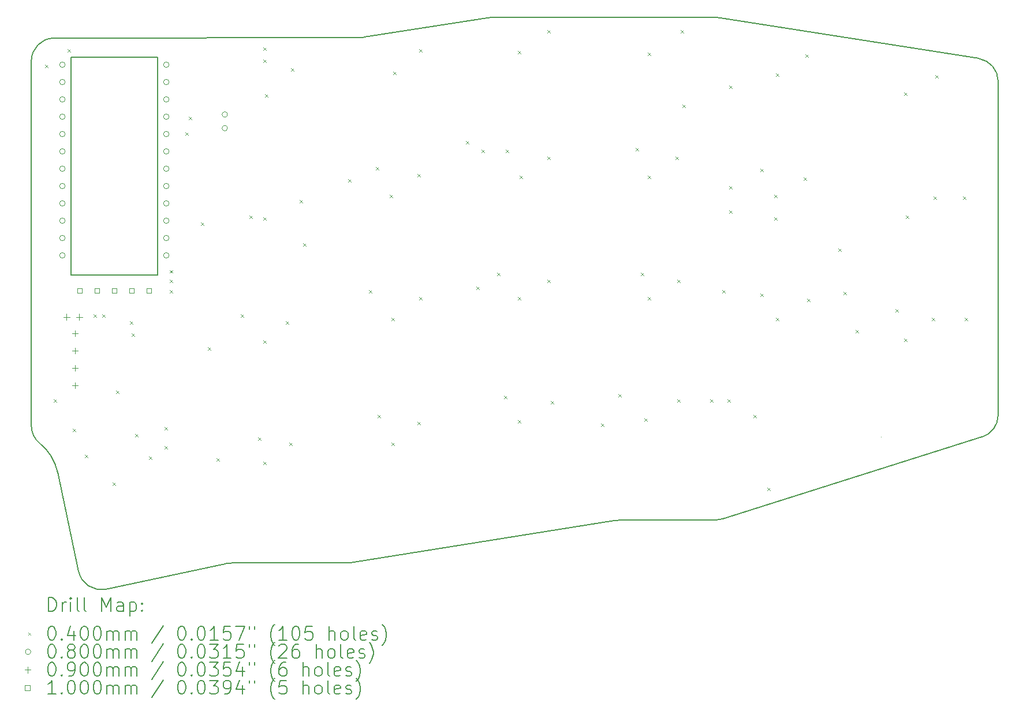
<source format=gbr>
%TF.GenerationSoftware,KiCad,Pcbnew,7.0.5-0*%
%TF.CreationDate,2023-09-10T21:20:12+09:30*%
%TF.ProjectId,Rolio,526f6c69-6f2e-46b6-9963-61645f706362,rev?*%
%TF.SameCoordinates,Original*%
%TF.FileFunction,Drillmap*%
%TF.FilePolarity,Positive*%
%FSLAX45Y45*%
G04 Gerber Fmt 4.5, Leading zero omitted, Abs format (unit mm)*
G04 Created by KiCad (PCBNEW 7.0.5-0) date 2023-09-10 21:20:12*
%MOMM*%
%LPD*%
G01*
G04 APERTURE LIST*
%ADD10C,0.150000*%
%ADD11C,0.100000*%
%ADD12C,0.200000*%
%ADD13C,0.040000*%
%ADD14C,0.080000*%
%ADD15C,0.090000*%
G04 APERTURE END LIST*
D10*
X4729747Y-9305533D02*
G75*
G03*
X4855338Y-9567013I335003J3D01*
G01*
X11495884Y-3322659D02*
X14756676Y-3322659D01*
D11*
X17193950Y-9470400D02*
X17193950Y-9470400D01*
D10*
X18908780Y-9152048D02*
X18908780Y-4257662D01*
X11412474Y-3329201D02*
X9609764Y-3613735D01*
X9495734Y-3622722D02*
X5064494Y-3626109D01*
X5114817Y-9987891D02*
G75*
G03*
X4855337Y-9567013I-718947J-152819D01*
G01*
X5312250Y-3905500D02*
X6582250Y-3905500D01*
X7723554Y-11312659D02*
X9408835Y-11312659D01*
X5424013Y-11442537D02*
X5114819Y-9987891D01*
X5312250Y-7096500D02*
X5312250Y-3905500D01*
X9408835Y-11312659D02*
G75*
G03*
X9461809Y-11308444I-5J335089D01*
G01*
X14768771Y-10687659D02*
G75*
G03*
X14869576Y-10672133I-1J334999D01*
G01*
X7570739Y-11328720D02*
X5821343Y-11700566D01*
X14840086Y-3329201D02*
G75*
G03*
X14756676Y-3322659I-83406J-528379D01*
G01*
X13280432Y-10696907D02*
X9461809Y-11308444D01*
X14869576Y-10672133D02*
X18674585Y-9471522D01*
X18626009Y-3926758D02*
X14840086Y-3329201D01*
X6582250Y-3905500D02*
X6582250Y-7096500D01*
X5064494Y-3626109D02*
G75*
G03*
X4729750Y-3961109I264J-335008D01*
G01*
X4729750Y-9305533D02*
X4729750Y-3961109D01*
X18908778Y-4257662D02*
G75*
G03*
X18626009Y-3926759I-334998J2D01*
G01*
X5312250Y-7096500D02*
X6582250Y-7096500D01*
X13396658Y-10687660D02*
G75*
G03*
X13280432Y-10696907I-9J-734960D01*
G01*
X13396658Y-10687659D02*
X14768771Y-10687659D01*
X5424013Y-11442537D02*
G75*
G03*
X5821343Y-11700566I327677J69647D01*
G01*
X7723554Y-11312660D02*
G75*
G03*
X7570739Y-11328721I6J-735090D01*
G01*
X18674586Y-9471526D02*
G75*
G03*
X18908780Y-9152048I-100796J319466D01*
G01*
X11495884Y-3322659D02*
G75*
G03*
X11412474Y-3329201I6J-535091D01*
G01*
X9495734Y-3622723D02*
G75*
G03*
X9609764Y-3613735I-574J735103D01*
G01*
D12*
D13*
X4933000Y-4018600D02*
X4973000Y-4058600D01*
X4973000Y-4018600D02*
X4933000Y-4058600D01*
X5060000Y-8920800D02*
X5100000Y-8960800D01*
X5100000Y-8920800D02*
X5060000Y-8960800D01*
X5263200Y-3790000D02*
X5303200Y-3830000D01*
X5303200Y-3790000D02*
X5263200Y-3830000D01*
X5339400Y-9351350D02*
X5379400Y-9391350D01*
X5379400Y-9351350D02*
X5339400Y-9391350D01*
X5517200Y-9733600D02*
X5557200Y-9773600D01*
X5557200Y-9733600D02*
X5517200Y-9773600D01*
X5644200Y-7676200D02*
X5684200Y-7716200D01*
X5684200Y-7676200D02*
X5644200Y-7716200D01*
X5771200Y-7676200D02*
X5811200Y-7716200D01*
X5811200Y-7676200D02*
X5771200Y-7716200D01*
X5923600Y-10140000D02*
X5963600Y-10180000D01*
X5963600Y-10140000D02*
X5923600Y-10180000D01*
X5974400Y-8793800D02*
X6014400Y-8833800D01*
X6014400Y-8793800D02*
X5974400Y-8833800D01*
X6177600Y-7777800D02*
X6217600Y-7817800D01*
X6217600Y-7777800D02*
X6177600Y-7817800D01*
X6203000Y-7955600D02*
X6243000Y-7995600D01*
X6243000Y-7955600D02*
X6203000Y-7995600D01*
X6253800Y-9428800D02*
X6293800Y-9468800D01*
X6293800Y-9428800D02*
X6253800Y-9468800D01*
X6457000Y-9759000D02*
X6497000Y-9799000D01*
X6497000Y-9759000D02*
X6457000Y-9799000D01*
X6685600Y-9327200D02*
X6725600Y-9367200D01*
X6725600Y-9327200D02*
X6685600Y-9367200D01*
X6685600Y-9606600D02*
X6725600Y-9646600D01*
X6725600Y-9606600D02*
X6685600Y-9646600D01*
X6761800Y-7028500D02*
X6801800Y-7068500D01*
X6801800Y-7028500D02*
X6761800Y-7068500D01*
X6761800Y-7168200D02*
X6801800Y-7208200D01*
X6801800Y-7168200D02*
X6761800Y-7208200D01*
X6761800Y-7320600D02*
X6801800Y-7360600D01*
X6801800Y-7320600D02*
X6761800Y-7360600D01*
X6990400Y-5009200D02*
X7030400Y-5049200D01*
X7030400Y-5009200D02*
X6990400Y-5049200D01*
X7041200Y-4780600D02*
X7081200Y-4820600D01*
X7081200Y-4780600D02*
X7041200Y-4820600D01*
X7219000Y-6330000D02*
X7259000Y-6370000D01*
X7259000Y-6330000D02*
X7219000Y-6370000D01*
X7320600Y-8158800D02*
X7360600Y-8198800D01*
X7360600Y-8158800D02*
X7320600Y-8198800D01*
X7447600Y-9784400D02*
X7487600Y-9824400D01*
X7487600Y-9784400D02*
X7447600Y-9824400D01*
X7803200Y-7676200D02*
X7843200Y-7716200D01*
X7843200Y-7676200D02*
X7803200Y-7716200D01*
X7930200Y-6228400D02*
X7970200Y-6268400D01*
X7970200Y-6228400D02*
X7930200Y-6268400D01*
X8057200Y-9479600D02*
X8097200Y-9519600D01*
X8097200Y-9479600D02*
X8057200Y-9519600D01*
X8133400Y-3764600D02*
X8173400Y-3804600D01*
X8173400Y-3764600D02*
X8133400Y-3804600D01*
X8133400Y-3942400D02*
X8173400Y-3982400D01*
X8173400Y-3942400D02*
X8133400Y-3982400D01*
X8133400Y-6253800D02*
X8173400Y-6293800D01*
X8173400Y-6253800D02*
X8133400Y-6293800D01*
X8133400Y-8057200D02*
X8173400Y-8097200D01*
X8173400Y-8057200D02*
X8133400Y-8097200D01*
X8133400Y-9835200D02*
X8173400Y-9875200D01*
X8173400Y-9835200D02*
X8133400Y-9875200D01*
X8158800Y-4450400D02*
X8198800Y-4490400D01*
X8198800Y-4450400D02*
X8158800Y-4490400D01*
X8463600Y-7777800D02*
X8503600Y-7817800D01*
X8503600Y-7777800D02*
X8463600Y-7817800D01*
X8514400Y-9555800D02*
X8554400Y-9595800D01*
X8554400Y-9555800D02*
X8514400Y-9595800D01*
X8539800Y-4069400D02*
X8579800Y-4109400D01*
X8579800Y-4069400D02*
X8539800Y-4109400D01*
X8666800Y-5999800D02*
X8706800Y-6039800D01*
X8706800Y-5999800D02*
X8666800Y-6039800D01*
X8717500Y-6634800D02*
X8757500Y-6674800D01*
X8757500Y-6634800D02*
X8717500Y-6674800D01*
X9378000Y-5695000D02*
X9418000Y-5735000D01*
X9418000Y-5695000D02*
X9378000Y-5735000D01*
X9682800Y-7320600D02*
X9722800Y-7360600D01*
X9722800Y-7320600D02*
X9682800Y-7360600D01*
X9784400Y-5517200D02*
X9824400Y-5557200D01*
X9824400Y-5517200D02*
X9784400Y-5557200D01*
X9809800Y-9149400D02*
X9849800Y-9189400D01*
X9849800Y-9149400D02*
X9809800Y-9189400D01*
X9987600Y-5923600D02*
X10027600Y-5963600D01*
X10027600Y-5923600D02*
X9987600Y-5963600D01*
X10013000Y-7727000D02*
X10053000Y-7767000D01*
X10053000Y-7727000D02*
X10013000Y-7767000D01*
X10013000Y-9555800D02*
X10053000Y-9595800D01*
X10053000Y-9555800D02*
X10013000Y-9595800D01*
X10038400Y-4120200D02*
X10078400Y-4160200D01*
X10078400Y-4120200D02*
X10038400Y-4160200D01*
X10394000Y-5618800D02*
X10434000Y-5658800D01*
X10434000Y-5618800D02*
X10394000Y-5658800D01*
X10394000Y-9251000D02*
X10434000Y-9291000D01*
X10434000Y-9251000D02*
X10394000Y-9291000D01*
X10419400Y-3790000D02*
X10459400Y-3830000D01*
X10459400Y-3790000D02*
X10419400Y-3830000D01*
X10419400Y-7422200D02*
X10459400Y-7462200D01*
X10459400Y-7422200D02*
X10419400Y-7462200D01*
X11105200Y-5136200D02*
X11145200Y-5176200D01*
X11145200Y-5136200D02*
X11105200Y-5176200D01*
X11257600Y-7269800D02*
X11297600Y-7309800D01*
X11297600Y-7269800D02*
X11257600Y-7309800D01*
X11333800Y-5263200D02*
X11373800Y-5303200D01*
X11373800Y-5263200D02*
X11333800Y-5303200D01*
X11562400Y-7066600D02*
X11602400Y-7106600D01*
X11602400Y-7066600D02*
X11562400Y-7106600D01*
X11664000Y-8870000D02*
X11704000Y-8910000D01*
X11704000Y-8870000D02*
X11664000Y-8910000D01*
X11689400Y-5263200D02*
X11729400Y-5303200D01*
X11729400Y-5263200D02*
X11689400Y-5303200D01*
X11867200Y-3815400D02*
X11907200Y-3855400D01*
X11907200Y-3815400D02*
X11867200Y-3855400D01*
X11867200Y-7422200D02*
X11907200Y-7462200D01*
X11907200Y-7422200D02*
X11867200Y-7462200D01*
X11867200Y-9225600D02*
X11907200Y-9265600D01*
X11907200Y-9225600D02*
X11867200Y-9265600D01*
X11892600Y-5644200D02*
X11932600Y-5684200D01*
X11932600Y-5644200D02*
X11892600Y-5684200D01*
X12299000Y-3510600D02*
X12339000Y-3550600D01*
X12339000Y-3510600D02*
X12299000Y-3550600D01*
X12299000Y-5364800D02*
X12339000Y-5404800D01*
X12339000Y-5364800D02*
X12299000Y-5404800D01*
X12299000Y-7168200D02*
X12339000Y-7208200D01*
X12339000Y-7168200D02*
X12299000Y-7208200D01*
X12349800Y-8946200D02*
X12389800Y-8986200D01*
X12389800Y-8946200D02*
X12349800Y-8986200D01*
X13086400Y-9276400D02*
X13126400Y-9316400D01*
X13126400Y-9276400D02*
X13086400Y-9316400D01*
X13340400Y-8844600D02*
X13380400Y-8884600D01*
X13380400Y-8844600D02*
X13340400Y-8884600D01*
X13594400Y-5237800D02*
X13634400Y-5277800D01*
X13634400Y-5237800D02*
X13594400Y-5277800D01*
X13670600Y-7066600D02*
X13710600Y-7106600D01*
X13710600Y-7066600D02*
X13670600Y-7106600D01*
X13721400Y-9200200D02*
X13761400Y-9240200D01*
X13761400Y-9200200D02*
X13721400Y-9240200D01*
X13772200Y-3840800D02*
X13812200Y-3880800D01*
X13812200Y-3840800D02*
X13772200Y-3880800D01*
X13772200Y-5644200D02*
X13812200Y-5684200D01*
X13812200Y-5644200D02*
X13772200Y-5684200D01*
X13772200Y-7422200D02*
X13812200Y-7462200D01*
X13812200Y-7422200D02*
X13772200Y-7462200D01*
X14178600Y-5364800D02*
X14218600Y-5404800D01*
X14218600Y-5364800D02*
X14178600Y-5404800D01*
X14204000Y-7168200D02*
X14244000Y-7208200D01*
X14244000Y-7168200D02*
X14204000Y-7208200D01*
X14204000Y-8920800D02*
X14244000Y-8960800D01*
X14244000Y-8920800D02*
X14204000Y-8960800D01*
X14254800Y-3510600D02*
X14294800Y-3550600D01*
X14294800Y-3510600D02*
X14254800Y-3550600D01*
X14280200Y-4602800D02*
X14320200Y-4642800D01*
X14320200Y-4602800D02*
X14280200Y-4642800D01*
X14686600Y-8920800D02*
X14726600Y-8960800D01*
X14726600Y-8920800D02*
X14686600Y-8960800D01*
X14864400Y-7320600D02*
X14904400Y-7360600D01*
X14904400Y-7320600D02*
X14864400Y-7360600D01*
X14940600Y-8920800D02*
X14980600Y-8960800D01*
X14980600Y-8920800D02*
X14940600Y-8960800D01*
X14966000Y-4323400D02*
X15006000Y-4363400D01*
X15006000Y-4323400D02*
X14966000Y-4363400D01*
X14966000Y-5796600D02*
X15006000Y-5836600D01*
X15006000Y-5796600D02*
X14966000Y-5836600D01*
X14966000Y-6152200D02*
X15006000Y-6192200D01*
X15006000Y-6152200D02*
X14966000Y-6192200D01*
X15321600Y-9149400D02*
X15361600Y-9189400D01*
X15361600Y-9149400D02*
X15321600Y-9189400D01*
X15423200Y-5542600D02*
X15463200Y-5582600D01*
X15463200Y-5542600D02*
X15423200Y-5582600D01*
X15423200Y-7371400D02*
X15463200Y-7411400D01*
X15463200Y-7371400D02*
X15423200Y-7411400D01*
X15524800Y-10216200D02*
X15564800Y-10256200D01*
X15564800Y-10216200D02*
X15524800Y-10256200D01*
X15626400Y-5923600D02*
X15666400Y-5963600D01*
X15666400Y-5923600D02*
X15626400Y-5963600D01*
X15626400Y-6253800D02*
X15666400Y-6293800D01*
X15666400Y-6253800D02*
X15626400Y-6293800D01*
X15651800Y-4145600D02*
X15691800Y-4185600D01*
X15691800Y-4145600D02*
X15651800Y-4185600D01*
X15651800Y-7727000D02*
X15691800Y-7767000D01*
X15691800Y-7727000D02*
X15651800Y-7767000D01*
X16058200Y-5669600D02*
X16098200Y-5709600D01*
X16098200Y-5669600D02*
X16058200Y-5709600D01*
X16083600Y-3866200D02*
X16123600Y-3906200D01*
X16123600Y-3866200D02*
X16083600Y-3906200D01*
X16109000Y-7447600D02*
X16149000Y-7487600D01*
X16149000Y-7447600D02*
X16109000Y-7487600D01*
X16566200Y-6711000D02*
X16606200Y-6751000D01*
X16606200Y-6711000D02*
X16566200Y-6751000D01*
X16642400Y-7346000D02*
X16682400Y-7386000D01*
X16682400Y-7346000D02*
X16642400Y-7386000D01*
X16820200Y-7904800D02*
X16860200Y-7944800D01*
X16860200Y-7904800D02*
X16820200Y-7944800D01*
X17404400Y-7600000D02*
X17444400Y-7640000D01*
X17444400Y-7600000D02*
X17404400Y-7640000D01*
X17531400Y-4425000D02*
X17571400Y-4465000D01*
X17571400Y-4425000D02*
X17531400Y-4465000D01*
X17531400Y-8031800D02*
X17571400Y-8071800D01*
X17571400Y-8031800D02*
X17531400Y-8071800D01*
X17556800Y-6228400D02*
X17596800Y-6268400D01*
X17596800Y-6228400D02*
X17556800Y-6268400D01*
X17937800Y-7727000D02*
X17977800Y-7767000D01*
X17977800Y-7727000D02*
X17937800Y-7767000D01*
X17963200Y-5949000D02*
X18003200Y-5989000D01*
X18003200Y-5949000D02*
X17963200Y-5989000D01*
X17988600Y-4171000D02*
X18028600Y-4211000D01*
X18028600Y-4171000D02*
X17988600Y-4211000D01*
X18395000Y-5949000D02*
X18435000Y-5989000D01*
X18435000Y-5949000D02*
X18395000Y-5989000D01*
X18420400Y-7727000D02*
X18460400Y-7767000D01*
X18460400Y-7727000D02*
X18420400Y-7767000D01*
D14*
X5224750Y-4017000D02*
G75*
G03*
X5224750Y-4017000I-40000J0D01*
G01*
X5224750Y-4271000D02*
G75*
G03*
X5224750Y-4271000I-40000J0D01*
G01*
X5224750Y-4525000D02*
G75*
G03*
X5224750Y-4525000I-40000J0D01*
G01*
X5224750Y-4779000D02*
G75*
G03*
X5224750Y-4779000I-40000J0D01*
G01*
X5224750Y-5033000D02*
G75*
G03*
X5224750Y-5033000I-40000J0D01*
G01*
X5224750Y-5287000D02*
G75*
G03*
X5224750Y-5287000I-40000J0D01*
G01*
X5224750Y-5541000D02*
G75*
G03*
X5224750Y-5541000I-40000J0D01*
G01*
X5224750Y-5795000D02*
G75*
G03*
X5224750Y-5795000I-40000J0D01*
G01*
X5224750Y-6049000D02*
G75*
G03*
X5224750Y-6049000I-40000J0D01*
G01*
X5224750Y-6303000D02*
G75*
G03*
X5224750Y-6303000I-40000J0D01*
G01*
X5224750Y-6557000D02*
G75*
G03*
X5224750Y-6557000I-40000J0D01*
G01*
X5224750Y-6811000D02*
G75*
G03*
X5224750Y-6811000I-40000J0D01*
G01*
X6748750Y-4017000D02*
G75*
G03*
X6748750Y-4017000I-40000J0D01*
G01*
X6748750Y-4271000D02*
G75*
G03*
X6748750Y-4271000I-40000J0D01*
G01*
X6748750Y-4525000D02*
G75*
G03*
X6748750Y-4525000I-40000J0D01*
G01*
X6748750Y-4779000D02*
G75*
G03*
X6748750Y-4779000I-40000J0D01*
G01*
X6748750Y-5033000D02*
G75*
G03*
X6748750Y-5033000I-40000J0D01*
G01*
X6748750Y-5287000D02*
G75*
G03*
X6748750Y-5287000I-40000J0D01*
G01*
X6748750Y-5541000D02*
G75*
G03*
X6748750Y-5541000I-40000J0D01*
G01*
X6748750Y-5795000D02*
G75*
G03*
X6748750Y-5795000I-40000J0D01*
G01*
X6748750Y-6049000D02*
G75*
G03*
X6748750Y-6049000I-40000J0D01*
G01*
X6748750Y-6303000D02*
G75*
G03*
X6748750Y-6303000I-40000J0D01*
G01*
X6748750Y-6557000D02*
G75*
G03*
X6748750Y-6557000I-40000J0D01*
G01*
X6748750Y-6811000D02*
G75*
G03*
X6748750Y-6811000I-40000J0D01*
G01*
X7607350Y-4746000D02*
G75*
G03*
X7607350Y-4746000I-40000J0D01*
G01*
X7607350Y-4946000D02*
G75*
G03*
X7607350Y-4946000I-40000J0D01*
G01*
D15*
X5247250Y-7668000D02*
X5247250Y-7758000D01*
X5202250Y-7713000D02*
X5292250Y-7713000D01*
X5369750Y-7907000D02*
X5369750Y-7997000D01*
X5324750Y-7952000D02*
X5414750Y-7952000D01*
X5369750Y-8161000D02*
X5369750Y-8251000D01*
X5324750Y-8206000D02*
X5414750Y-8206000D01*
X5369750Y-8415000D02*
X5369750Y-8505000D01*
X5324750Y-8460000D02*
X5414750Y-8460000D01*
X5369750Y-8669000D02*
X5369750Y-8759000D01*
X5324750Y-8714000D02*
X5414750Y-8714000D01*
X5432250Y-7668000D02*
X5432250Y-7758000D01*
X5387250Y-7713000D02*
X5477250Y-7713000D01*
D11*
X5474106Y-7363356D02*
X5474106Y-7292644D01*
X5403394Y-7292644D01*
X5403394Y-7363356D01*
X5474106Y-7363356D01*
X5728106Y-7363356D02*
X5728106Y-7292644D01*
X5657394Y-7292644D01*
X5657394Y-7363356D01*
X5728106Y-7363356D01*
X5982106Y-7363356D02*
X5982106Y-7292644D01*
X5911394Y-7292644D01*
X5911394Y-7363356D01*
X5982106Y-7363356D01*
X6236106Y-7363356D02*
X6236106Y-7292644D01*
X6165394Y-7292644D01*
X6165394Y-7363356D01*
X6236106Y-7363356D01*
X6490106Y-7363356D02*
X6490106Y-7292644D01*
X6419394Y-7292644D01*
X6419394Y-7363356D01*
X6490106Y-7363356D01*
D12*
X4983027Y-12026871D02*
X4983027Y-11826871D01*
X4983027Y-11826871D02*
X5030646Y-11826871D01*
X5030646Y-11826871D02*
X5059217Y-11836395D01*
X5059217Y-11836395D02*
X5078265Y-11855442D01*
X5078265Y-11855442D02*
X5087789Y-11874490D01*
X5087789Y-11874490D02*
X5097313Y-11912585D01*
X5097313Y-11912585D02*
X5097313Y-11941157D01*
X5097313Y-11941157D02*
X5087789Y-11979252D01*
X5087789Y-11979252D02*
X5078265Y-11998299D01*
X5078265Y-11998299D02*
X5059217Y-12017347D01*
X5059217Y-12017347D02*
X5030646Y-12026871D01*
X5030646Y-12026871D02*
X4983027Y-12026871D01*
X5183027Y-12026871D02*
X5183027Y-11893538D01*
X5183027Y-11931633D02*
X5192551Y-11912585D01*
X5192551Y-11912585D02*
X5202074Y-11903061D01*
X5202074Y-11903061D02*
X5221122Y-11893538D01*
X5221122Y-11893538D02*
X5240170Y-11893538D01*
X5306836Y-12026871D02*
X5306836Y-11893538D01*
X5306836Y-11826871D02*
X5297313Y-11836395D01*
X5297313Y-11836395D02*
X5306836Y-11845919D01*
X5306836Y-11845919D02*
X5316360Y-11836395D01*
X5316360Y-11836395D02*
X5306836Y-11826871D01*
X5306836Y-11826871D02*
X5306836Y-11845919D01*
X5430646Y-12026871D02*
X5411598Y-12017347D01*
X5411598Y-12017347D02*
X5402074Y-11998299D01*
X5402074Y-11998299D02*
X5402074Y-11826871D01*
X5535408Y-12026871D02*
X5516360Y-12017347D01*
X5516360Y-12017347D02*
X5506836Y-11998299D01*
X5506836Y-11998299D02*
X5506836Y-11826871D01*
X5763979Y-12026871D02*
X5763979Y-11826871D01*
X5763979Y-11826871D02*
X5830646Y-11969728D01*
X5830646Y-11969728D02*
X5897312Y-11826871D01*
X5897312Y-11826871D02*
X5897312Y-12026871D01*
X6078265Y-12026871D02*
X6078265Y-11922109D01*
X6078265Y-11922109D02*
X6068741Y-11903061D01*
X6068741Y-11903061D02*
X6049693Y-11893538D01*
X6049693Y-11893538D02*
X6011598Y-11893538D01*
X6011598Y-11893538D02*
X5992551Y-11903061D01*
X6078265Y-12017347D02*
X6059217Y-12026871D01*
X6059217Y-12026871D02*
X6011598Y-12026871D01*
X6011598Y-12026871D02*
X5992551Y-12017347D01*
X5992551Y-12017347D02*
X5983027Y-11998299D01*
X5983027Y-11998299D02*
X5983027Y-11979252D01*
X5983027Y-11979252D02*
X5992551Y-11960204D01*
X5992551Y-11960204D02*
X6011598Y-11950680D01*
X6011598Y-11950680D02*
X6059217Y-11950680D01*
X6059217Y-11950680D02*
X6078265Y-11941157D01*
X6173503Y-11893538D02*
X6173503Y-12093538D01*
X6173503Y-11903061D02*
X6192551Y-11893538D01*
X6192551Y-11893538D02*
X6230646Y-11893538D01*
X6230646Y-11893538D02*
X6249693Y-11903061D01*
X6249693Y-11903061D02*
X6259217Y-11912585D01*
X6259217Y-11912585D02*
X6268741Y-11931633D01*
X6268741Y-11931633D02*
X6268741Y-11988776D01*
X6268741Y-11988776D02*
X6259217Y-12007823D01*
X6259217Y-12007823D02*
X6249693Y-12017347D01*
X6249693Y-12017347D02*
X6230646Y-12026871D01*
X6230646Y-12026871D02*
X6192551Y-12026871D01*
X6192551Y-12026871D02*
X6173503Y-12017347D01*
X6354455Y-12007823D02*
X6363979Y-12017347D01*
X6363979Y-12017347D02*
X6354455Y-12026871D01*
X6354455Y-12026871D02*
X6344932Y-12017347D01*
X6344932Y-12017347D02*
X6354455Y-12007823D01*
X6354455Y-12007823D02*
X6354455Y-12026871D01*
X6354455Y-11903061D02*
X6363979Y-11912585D01*
X6363979Y-11912585D02*
X6354455Y-11922109D01*
X6354455Y-11922109D02*
X6344932Y-11912585D01*
X6344932Y-11912585D02*
X6354455Y-11903061D01*
X6354455Y-11903061D02*
X6354455Y-11922109D01*
D13*
X4682250Y-12335387D02*
X4722250Y-12375387D01*
X4722250Y-12335387D02*
X4682250Y-12375387D01*
D12*
X5021122Y-12246871D02*
X5040170Y-12246871D01*
X5040170Y-12246871D02*
X5059217Y-12256395D01*
X5059217Y-12256395D02*
X5068741Y-12265919D01*
X5068741Y-12265919D02*
X5078265Y-12284966D01*
X5078265Y-12284966D02*
X5087789Y-12323061D01*
X5087789Y-12323061D02*
X5087789Y-12370680D01*
X5087789Y-12370680D02*
X5078265Y-12408776D01*
X5078265Y-12408776D02*
X5068741Y-12427823D01*
X5068741Y-12427823D02*
X5059217Y-12437347D01*
X5059217Y-12437347D02*
X5040170Y-12446871D01*
X5040170Y-12446871D02*
X5021122Y-12446871D01*
X5021122Y-12446871D02*
X5002074Y-12437347D01*
X5002074Y-12437347D02*
X4992551Y-12427823D01*
X4992551Y-12427823D02*
X4983027Y-12408776D01*
X4983027Y-12408776D02*
X4973503Y-12370680D01*
X4973503Y-12370680D02*
X4973503Y-12323061D01*
X4973503Y-12323061D02*
X4983027Y-12284966D01*
X4983027Y-12284966D02*
X4992551Y-12265919D01*
X4992551Y-12265919D02*
X5002074Y-12256395D01*
X5002074Y-12256395D02*
X5021122Y-12246871D01*
X5173503Y-12427823D02*
X5183027Y-12437347D01*
X5183027Y-12437347D02*
X5173503Y-12446871D01*
X5173503Y-12446871D02*
X5163979Y-12437347D01*
X5163979Y-12437347D02*
X5173503Y-12427823D01*
X5173503Y-12427823D02*
X5173503Y-12446871D01*
X5354455Y-12313538D02*
X5354455Y-12446871D01*
X5306836Y-12237347D02*
X5259217Y-12380204D01*
X5259217Y-12380204D02*
X5383027Y-12380204D01*
X5497313Y-12246871D02*
X5516360Y-12246871D01*
X5516360Y-12246871D02*
X5535408Y-12256395D01*
X5535408Y-12256395D02*
X5544932Y-12265919D01*
X5544932Y-12265919D02*
X5554455Y-12284966D01*
X5554455Y-12284966D02*
X5563979Y-12323061D01*
X5563979Y-12323061D02*
X5563979Y-12370680D01*
X5563979Y-12370680D02*
X5554455Y-12408776D01*
X5554455Y-12408776D02*
X5544932Y-12427823D01*
X5544932Y-12427823D02*
X5535408Y-12437347D01*
X5535408Y-12437347D02*
X5516360Y-12446871D01*
X5516360Y-12446871D02*
X5497313Y-12446871D01*
X5497313Y-12446871D02*
X5478265Y-12437347D01*
X5478265Y-12437347D02*
X5468741Y-12427823D01*
X5468741Y-12427823D02*
X5459217Y-12408776D01*
X5459217Y-12408776D02*
X5449694Y-12370680D01*
X5449694Y-12370680D02*
X5449694Y-12323061D01*
X5449694Y-12323061D02*
X5459217Y-12284966D01*
X5459217Y-12284966D02*
X5468741Y-12265919D01*
X5468741Y-12265919D02*
X5478265Y-12256395D01*
X5478265Y-12256395D02*
X5497313Y-12246871D01*
X5687789Y-12246871D02*
X5706836Y-12246871D01*
X5706836Y-12246871D02*
X5725884Y-12256395D01*
X5725884Y-12256395D02*
X5735408Y-12265919D01*
X5735408Y-12265919D02*
X5744932Y-12284966D01*
X5744932Y-12284966D02*
X5754455Y-12323061D01*
X5754455Y-12323061D02*
X5754455Y-12370680D01*
X5754455Y-12370680D02*
X5744932Y-12408776D01*
X5744932Y-12408776D02*
X5735408Y-12427823D01*
X5735408Y-12427823D02*
X5725884Y-12437347D01*
X5725884Y-12437347D02*
X5706836Y-12446871D01*
X5706836Y-12446871D02*
X5687789Y-12446871D01*
X5687789Y-12446871D02*
X5668741Y-12437347D01*
X5668741Y-12437347D02*
X5659217Y-12427823D01*
X5659217Y-12427823D02*
X5649693Y-12408776D01*
X5649693Y-12408776D02*
X5640170Y-12370680D01*
X5640170Y-12370680D02*
X5640170Y-12323061D01*
X5640170Y-12323061D02*
X5649693Y-12284966D01*
X5649693Y-12284966D02*
X5659217Y-12265919D01*
X5659217Y-12265919D02*
X5668741Y-12256395D01*
X5668741Y-12256395D02*
X5687789Y-12246871D01*
X5840170Y-12446871D02*
X5840170Y-12313538D01*
X5840170Y-12332585D02*
X5849693Y-12323061D01*
X5849693Y-12323061D02*
X5868741Y-12313538D01*
X5868741Y-12313538D02*
X5897313Y-12313538D01*
X5897313Y-12313538D02*
X5916360Y-12323061D01*
X5916360Y-12323061D02*
X5925884Y-12342109D01*
X5925884Y-12342109D02*
X5925884Y-12446871D01*
X5925884Y-12342109D02*
X5935408Y-12323061D01*
X5935408Y-12323061D02*
X5954455Y-12313538D01*
X5954455Y-12313538D02*
X5983027Y-12313538D01*
X5983027Y-12313538D02*
X6002074Y-12323061D01*
X6002074Y-12323061D02*
X6011598Y-12342109D01*
X6011598Y-12342109D02*
X6011598Y-12446871D01*
X6106836Y-12446871D02*
X6106836Y-12313538D01*
X6106836Y-12332585D02*
X6116360Y-12323061D01*
X6116360Y-12323061D02*
X6135408Y-12313538D01*
X6135408Y-12313538D02*
X6163979Y-12313538D01*
X6163979Y-12313538D02*
X6183027Y-12323061D01*
X6183027Y-12323061D02*
X6192551Y-12342109D01*
X6192551Y-12342109D02*
X6192551Y-12446871D01*
X6192551Y-12342109D02*
X6202074Y-12323061D01*
X6202074Y-12323061D02*
X6221122Y-12313538D01*
X6221122Y-12313538D02*
X6249693Y-12313538D01*
X6249693Y-12313538D02*
X6268741Y-12323061D01*
X6268741Y-12323061D02*
X6278265Y-12342109D01*
X6278265Y-12342109D02*
X6278265Y-12446871D01*
X6668741Y-12237347D02*
X6497313Y-12494490D01*
X6925884Y-12246871D02*
X6944932Y-12246871D01*
X6944932Y-12246871D02*
X6963979Y-12256395D01*
X6963979Y-12256395D02*
X6973503Y-12265919D01*
X6973503Y-12265919D02*
X6983027Y-12284966D01*
X6983027Y-12284966D02*
X6992551Y-12323061D01*
X6992551Y-12323061D02*
X6992551Y-12370680D01*
X6992551Y-12370680D02*
X6983027Y-12408776D01*
X6983027Y-12408776D02*
X6973503Y-12427823D01*
X6973503Y-12427823D02*
X6963979Y-12437347D01*
X6963979Y-12437347D02*
X6944932Y-12446871D01*
X6944932Y-12446871D02*
X6925884Y-12446871D01*
X6925884Y-12446871D02*
X6906836Y-12437347D01*
X6906836Y-12437347D02*
X6897313Y-12427823D01*
X6897313Y-12427823D02*
X6887789Y-12408776D01*
X6887789Y-12408776D02*
X6878265Y-12370680D01*
X6878265Y-12370680D02*
X6878265Y-12323061D01*
X6878265Y-12323061D02*
X6887789Y-12284966D01*
X6887789Y-12284966D02*
X6897313Y-12265919D01*
X6897313Y-12265919D02*
X6906836Y-12256395D01*
X6906836Y-12256395D02*
X6925884Y-12246871D01*
X7078265Y-12427823D02*
X7087789Y-12437347D01*
X7087789Y-12437347D02*
X7078265Y-12446871D01*
X7078265Y-12446871D02*
X7068741Y-12437347D01*
X7068741Y-12437347D02*
X7078265Y-12427823D01*
X7078265Y-12427823D02*
X7078265Y-12446871D01*
X7211598Y-12246871D02*
X7230646Y-12246871D01*
X7230646Y-12246871D02*
X7249694Y-12256395D01*
X7249694Y-12256395D02*
X7259217Y-12265919D01*
X7259217Y-12265919D02*
X7268741Y-12284966D01*
X7268741Y-12284966D02*
X7278265Y-12323061D01*
X7278265Y-12323061D02*
X7278265Y-12370680D01*
X7278265Y-12370680D02*
X7268741Y-12408776D01*
X7268741Y-12408776D02*
X7259217Y-12427823D01*
X7259217Y-12427823D02*
X7249694Y-12437347D01*
X7249694Y-12437347D02*
X7230646Y-12446871D01*
X7230646Y-12446871D02*
X7211598Y-12446871D01*
X7211598Y-12446871D02*
X7192551Y-12437347D01*
X7192551Y-12437347D02*
X7183027Y-12427823D01*
X7183027Y-12427823D02*
X7173503Y-12408776D01*
X7173503Y-12408776D02*
X7163979Y-12370680D01*
X7163979Y-12370680D02*
X7163979Y-12323061D01*
X7163979Y-12323061D02*
X7173503Y-12284966D01*
X7173503Y-12284966D02*
X7183027Y-12265919D01*
X7183027Y-12265919D02*
X7192551Y-12256395D01*
X7192551Y-12256395D02*
X7211598Y-12246871D01*
X7468741Y-12446871D02*
X7354456Y-12446871D01*
X7411598Y-12446871D02*
X7411598Y-12246871D01*
X7411598Y-12246871D02*
X7392551Y-12275442D01*
X7392551Y-12275442D02*
X7373503Y-12294490D01*
X7373503Y-12294490D02*
X7354456Y-12304014D01*
X7649694Y-12246871D02*
X7554456Y-12246871D01*
X7554456Y-12246871D02*
X7544932Y-12342109D01*
X7544932Y-12342109D02*
X7554456Y-12332585D01*
X7554456Y-12332585D02*
X7573503Y-12323061D01*
X7573503Y-12323061D02*
X7621122Y-12323061D01*
X7621122Y-12323061D02*
X7640170Y-12332585D01*
X7640170Y-12332585D02*
X7649694Y-12342109D01*
X7649694Y-12342109D02*
X7659217Y-12361157D01*
X7659217Y-12361157D02*
X7659217Y-12408776D01*
X7659217Y-12408776D02*
X7649694Y-12427823D01*
X7649694Y-12427823D02*
X7640170Y-12437347D01*
X7640170Y-12437347D02*
X7621122Y-12446871D01*
X7621122Y-12446871D02*
X7573503Y-12446871D01*
X7573503Y-12446871D02*
X7554456Y-12437347D01*
X7554456Y-12437347D02*
X7544932Y-12427823D01*
X7725884Y-12246871D02*
X7859217Y-12246871D01*
X7859217Y-12246871D02*
X7773503Y-12446871D01*
X7925884Y-12246871D02*
X7925884Y-12284966D01*
X8002075Y-12246871D02*
X8002075Y-12284966D01*
X8297313Y-12523061D02*
X8287789Y-12513538D01*
X8287789Y-12513538D02*
X8268741Y-12484966D01*
X8268741Y-12484966D02*
X8259218Y-12465919D01*
X8259218Y-12465919D02*
X8249694Y-12437347D01*
X8249694Y-12437347D02*
X8240170Y-12389728D01*
X8240170Y-12389728D02*
X8240170Y-12351633D01*
X8240170Y-12351633D02*
X8249694Y-12304014D01*
X8249694Y-12304014D02*
X8259218Y-12275442D01*
X8259218Y-12275442D02*
X8268741Y-12256395D01*
X8268741Y-12256395D02*
X8287789Y-12227823D01*
X8287789Y-12227823D02*
X8297313Y-12218299D01*
X8478265Y-12446871D02*
X8363979Y-12446871D01*
X8421122Y-12446871D02*
X8421122Y-12246871D01*
X8421122Y-12246871D02*
X8402075Y-12275442D01*
X8402075Y-12275442D02*
X8383027Y-12294490D01*
X8383027Y-12294490D02*
X8363979Y-12304014D01*
X8602075Y-12246871D02*
X8621122Y-12246871D01*
X8621122Y-12246871D02*
X8640170Y-12256395D01*
X8640170Y-12256395D02*
X8649694Y-12265919D01*
X8649694Y-12265919D02*
X8659218Y-12284966D01*
X8659218Y-12284966D02*
X8668741Y-12323061D01*
X8668741Y-12323061D02*
X8668741Y-12370680D01*
X8668741Y-12370680D02*
X8659218Y-12408776D01*
X8659218Y-12408776D02*
X8649694Y-12427823D01*
X8649694Y-12427823D02*
X8640170Y-12437347D01*
X8640170Y-12437347D02*
X8621122Y-12446871D01*
X8621122Y-12446871D02*
X8602075Y-12446871D01*
X8602075Y-12446871D02*
X8583027Y-12437347D01*
X8583027Y-12437347D02*
X8573503Y-12427823D01*
X8573503Y-12427823D02*
X8563980Y-12408776D01*
X8563980Y-12408776D02*
X8554456Y-12370680D01*
X8554456Y-12370680D02*
X8554456Y-12323061D01*
X8554456Y-12323061D02*
X8563980Y-12284966D01*
X8563980Y-12284966D02*
X8573503Y-12265919D01*
X8573503Y-12265919D02*
X8583027Y-12256395D01*
X8583027Y-12256395D02*
X8602075Y-12246871D01*
X8849694Y-12246871D02*
X8754456Y-12246871D01*
X8754456Y-12246871D02*
X8744932Y-12342109D01*
X8744932Y-12342109D02*
X8754456Y-12332585D01*
X8754456Y-12332585D02*
X8773503Y-12323061D01*
X8773503Y-12323061D02*
X8821122Y-12323061D01*
X8821122Y-12323061D02*
X8840170Y-12332585D01*
X8840170Y-12332585D02*
X8849694Y-12342109D01*
X8849694Y-12342109D02*
X8859218Y-12361157D01*
X8859218Y-12361157D02*
X8859218Y-12408776D01*
X8859218Y-12408776D02*
X8849694Y-12427823D01*
X8849694Y-12427823D02*
X8840170Y-12437347D01*
X8840170Y-12437347D02*
X8821122Y-12446871D01*
X8821122Y-12446871D02*
X8773503Y-12446871D01*
X8773503Y-12446871D02*
X8754456Y-12437347D01*
X8754456Y-12437347D02*
X8744932Y-12427823D01*
X9097313Y-12446871D02*
X9097313Y-12246871D01*
X9183027Y-12446871D02*
X9183027Y-12342109D01*
X9183027Y-12342109D02*
X9173503Y-12323061D01*
X9173503Y-12323061D02*
X9154456Y-12313538D01*
X9154456Y-12313538D02*
X9125884Y-12313538D01*
X9125884Y-12313538D02*
X9106837Y-12323061D01*
X9106837Y-12323061D02*
X9097313Y-12332585D01*
X9306837Y-12446871D02*
X9287789Y-12437347D01*
X9287789Y-12437347D02*
X9278265Y-12427823D01*
X9278265Y-12427823D02*
X9268742Y-12408776D01*
X9268742Y-12408776D02*
X9268742Y-12351633D01*
X9268742Y-12351633D02*
X9278265Y-12332585D01*
X9278265Y-12332585D02*
X9287789Y-12323061D01*
X9287789Y-12323061D02*
X9306837Y-12313538D01*
X9306837Y-12313538D02*
X9335408Y-12313538D01*
X9335408Y-12313538D02*
X9354456Y-12323061D01*
X9354456Y-12323061D02*
X9363980Y-12332585D01*
X9363980Y-12332585D02*
X9373503Y-12351633D01*
X9373503Y-12351633D02*
X9373503Y-12408776D01*
X9373503Y-12408776D02*
X9363980Y-12427823D01*
X9363980Y-12427823D02*
X9354456Y-12437347D01*
X9354456Y-12437347D02*
X9335408Y-12446871D01*
X9335408Y-12446871D02*
X9306837Y-12446871D01*
X9487789Y-12446871D02*
X9468742Y-12437347D01*
X9468742Y-12437347D02*
X9459218Y-12418299D01*
X9459218Y-12418299D02*
X9459218Y-12246871D01*
X9640170Y-12437347D02*
X9621123Y-12446871D01*
X9621123Y-12446871D02*
X9583027Y-12446871D01*
X9583027Y-12446871D02*
X9563980Y-12437347D01*
X9563980Y-12437347D02*
X9554456Y-12418299D01*
X9554456Y-12418299D02*
X9554456Y-12342109D01*
X9554456Y-12342109D02*
X9563980Y-12323061D01*
X9563980Y-12323061D02*
X9583027Y-12313538D01*
X9583027Y-12313538D02*
X9621123Y-12313538D01*
X9621123Y-12313538D02*
X9640170Y-12323061D01*
X9640170Y-12323061D02*
X9649694Y-12342109D01*
X9649694Y-12342109D02*
X9649694Y-12361157D01*
X9649694Y-12361157D02*
X9554456Y-12380204D01*
X9725884Y-12437347D02*
X9744932Y-12446871D01*
X9744932Y-12446871D02*
X9783027Y-12446871D01*
X9783027Y-12446871D02*
X9802075Y-12437347D01*
X9802075Y-12437347D02*
X9811599Y-12418299D01*
X9811599Y-12418299D02*
X9811599Y-12408776D01*
X9811599Y-12408776D02*
X9802075Y-12389728D01*
X9802075Y-12389728D02*
X9783027Y-12380204D01*
X9783027Y-12380204D02*
X9754456Y-12380204D01*
X9754456Y-12380204D02*
X9735408Y-12370680D01*
X9735408Y-12370680D02*
X9725884Y-12351633D01*
X9725884Y-12351633D02*
X9725884Y-12342109D01*
X9725884Y-12342109D02*
X9735408Y-12323061D01*
X9735408Y-12323061D02*
X9754456Y-12313538D01*
X9754456Y-12313538D02*
X9783027Y-12313538D01*
X9783027Y-12313538D02*
X9802075Y-12323061D01*
X9878265Y-12523061D02*
X9887789Y-12513538D01*
X9887789Y-12513538D02*
X9906837Y-12484966D01*
X9906837Y-12484966D02*
X9916361Y-12465919D01*
X9916361Y-12465919D02*
X9925884Y-12437347D01*
X9925884Y-12437347D02*
X9935408Y-12389728D01*
X9935408Y-12389728D02*
X9935408Y-12351633D01*
X9935408Y-12351633D02*
X9925884Y-12304014D01*
X9925884Y-12304014D02*
X9916361Y-12275442D01*
X9916361Y-12275442D02*
X9906837Y-12256395D01*
X9906837Y-12256395D02*
X9887789Y-12227823D01*
X9887789Y-12227823D02*
X9878265Y-12218299D01*
D14*
X4722250Y-12619387D02*
G75*
G03*
X4722250Y-12619387I-40000J0D01*
G01*
D12*
X5021122Y-12510871D02*
X5040170Y-12510871D01*
X5040170Y-12510871D02*
X5059217Y-12520395D01*
X5059217Y-12520395D02*
X5068741Y-12529919D01*
X5068741Y-12529919D02*
X5078265Y-12548966D01*
X5078265Y-12548966D02*
X5087789Y-12587061D01*
X5087789Y-12587061D02*
X5087789Y-12634680D01*
X5087789Y-12634680D02*
X5078265Y-12672776D01*
X5078265Y-12672776D02*
X5068741Y-12691823D01*
X5068741Y-12691823D02*
X5059217Y-12701347D01*
X5059217Y-12701347D02*
X5040170Y-12710871D01*
X5040170Y-12710871D02*
X5021122Y-12710871D01*
X5021122Y-12710871D02*
X5002074Y-12701347D01*
X5002074Y-12701347D02*
X4992551Y-12691823D01*
X4992551Y-12691823D02*
X4983027Y-12672776D01*
X4983027Y-12672776D02*
X4973503Y-12634680D01*
X4973503Y-12634680D02*
X4973503Y-12587061D01*
X4973503Y-12587061D02*
X4983027Y-12548966D01*
X4983027Y-12548966D02*
X4992551Y-12529919D01*
X4992551Y-12529919D02*
X5002074Y-12520395D01*
X5002074Y-12520395D02*
X5021122Y-12510871D01*
X5173503Y-12691823D02*
X5183027Y-12701347D01*
X5183027Y-12701347D02*
X5173503Y-12710871D01*
X5173503Y-12710871D02*
X5163979Y-12701347D01*
X5163979Y-12701347D02*
X5173503Y-12691823D01*
X5173503Y-12691823D02*
X5173503Y-12710871D01*
X5297313Y-12596585D02*
X5278265Y-12587061D01*
X5278265Y-12587061D02*
X5268741Y-12577538D01*
X5268741Y-12577538D02*
X5259217Y-12558490D01*
X5259217Y-12558490D02*
X5259217Y-12548966D01*
X5259217Y-12548966D02*
X5268741Y-12529919D01*
X5268741Y-12529919D02*
X5278265Y-12520395D01*
X5278265Y-12520395D02*
X5297313Y-12510871D01*
X5297313Y-12510871D02*
X5335408Y-12510871D01*
X5335408Y-12510871D02*
X5354455Y-12520395D01*
X5354455Y-12520395D02*
X5363979Y-12529919D01*
X5363979Y-12529919D02*
X5373503Y-12548966D01*
X5373503Y-12548966D02*
X5373503Y-12558490D01*
X5373503Y-12558490D02*
X5363979Y-12577538D01*
X5363979Y-12577538D02*
X5354455Y-12587061D01*
X5354455Y-12587061D02*
X5335408Y-12596585D01*
X5335408Y-12596585D02*
X5297313Y-12596585D01*
X5297313Y-12596585D02*
X5278265Y-12606109D01*
X5278265Y-12606109D02*
X5268741Y-12615633D01*
X5268741Y-12615633D02*
X5259217Y-12634680D01*
X5259217Y-12634680D02*
X5259217Y-12672776D01*
X5259217Y-12672776D02*
X5268741Y-12691823D01*
X5268741Y-12691823D02*
X5278265Y-12701347D01*
X5278265Y-12701347D02*
X5297313Y-12710871D01*
X5297313Y-12710871D02*
X5335408Y-12710871D01*
X5335408Y-12710871D02*
X5354455Y-12701347D01*
X5354455Y-12701347D02*
X5363979Y-12691823D01*
X5363979Y-12691823D02*
X5373503Y-12672776D01*
X5373503Y-12672776D02*
X5373503Y-12634680D01*
X5373503Y-12634680D02*
X5363979Y-12615633D01*
X5363979Y-12615633D02*
X5354455Y-12606109D01*
X5354455Y-12606109D02*
X5335408Y-12596585D01*
X5497313Y-12510871D02*
X5516360Y-12510871D01*
X5516360Y-12510871D02*
X5535408Y-12520395D01*
X5535408Y-12520395D02*
X5544932Y-12529919D01*
X5544932Y-12529919D02*
X5554455Y-12548966D01*
X5554455Y-12548966D02*
X5563979Y-12587061D01*
X5563979Y-12587061D02*
X5563979Y-12634680D01*
X5563979Y-12634680D02*
X5554455Y-12672776D01*
X5554455Y-12672776D02*
X5544932Y-12691823D01*
X5544932Y-12691823D02*
X5535408Y-12701347D01*
X5535408Y-12701347D02*
X5516360Y-12710871D01*
X5516360Y-12710871D02*
X5497313Y-12710871D01*
X5497313Y-12710871D02*
X5478265Y-12701347D01*
X5478265Y-12701347D02*
X5468741Y-12691823D01*
X5468741Y-12691823D02*
X5459217Y-12672776D01*
X5459217Y-12672776D02*
X5449694Y-12634680D01*
X5449694Y-12634680D02*
X5449694Y-12587061D01*
X5449694Y-12587061D02*
X5459217Y-12548966D01*
X5459217Y-12548966D02*
X5468741Y-12529919D01*
X5468741Y-12529919D02*
X5478265Y-12520395D01*
X5478265Y-12520395D02*
X5497313Y-12510871D01*
X5687789Y-12510871D02*
X5706836Y-12510871D01*
X5706836Y-12510871D02*
X5725884Y-12520395D01*
X5725884Y-12520395D02*
X5735408Y-12529919D01*
X5735408Y-12529919D02*
X5744932Y-12548966D01*
X5744932Y-12548966D02*
X5754455Y-12587061D01*
X5754455Y-12587061D02*
X5754455Y-12634680D01*
X5754455Y-12634680D02*
X5744932Y-12672776D01*
X5744932Y-12672776D02*
X5735408Y-12691823D01*
X5735408Y-12691823D02*
X5725884Y-12701347D01*
X5725884Y-12701347D02*
X5706836Y-12710871D01*
X5706836Y-12710871D02*
X5687789Y-12710871D01*
X5687789Y-12710871D02*
X5668741Y-12701347D01*
X5668741Y-12701347D02*
X5659217Y-12691823D01*
X5659217Y-12691823D02*
X5649693Y-12672776D01*
X5649693Y-12672776D02*
X5640170Y-12634680D01*
X5640170Y-12634680D02*
X5640170Y-12587061D01*
X5640170Y-12587061D02*
X5649693Y-12548966D01*
X5649693Y-12548966D02*
X5659217Y-12529919D01*
X5659217Y-12529919D02*
X5668741Y-12520395D01*
X5668741Y-12520395D02*
X5687789Y-12510871D01*
X5840170Y-12710871D02*
X5840170Y-12577538D01*
X5840170Y-12596585D02*
X5849693Y-12587061D01*
X5849693Y-12587061D02*
X5868741Y-12577538D01*
X5868741Y-12577538D02*
X5897313Y-12577538D01*
X5897313Y-12577538D02*
X5916360Y-12587061D01*
X5916360Y-12587061D02*
X5925884Y-12606109D01*
X5925884Y-12606109D02*
X5925884Y-12710871D01*
X5925884Y-12606109D02*
X5935408Y-12587061D01*
X5935408Y-12587061D02*
X5954455Y-12577538D01*
X5954455Y-12577538D02*
X5983027Y-12577538D01*
X5983027Y-12577538D02*
X6002074Y-12587061D01*
X6002074Y-12587061D02*
X6011598Y-12606109D01*
X6011598Y-12606109D02*
X6011598Y-12710871D01*
X6106836Y-12710871D02*
X6106836Y-12577538D01*
X6106836Y-12596585D02*
X6116360Y-12587061D01*
X6116360Y-12587061D02*
X6135408Y-12577538D01*
X6135408Y-12577538D02*
X6163979Y-12577538D01*
X6163979Y-12577538D02*
X6183027Y-12587061D01*
X6183027Y-12587061D02*
X6192551Y-12606109D01*
X6192551Y-12606109D02*
X6192551Y-12710871D01*
X6192551Y-12606109D02*
X6202074Y-12587061D01*
X6202074Y-12587061D02*
X6221122Y-12577538D01*
X6221122Y-12577538D02*
X6249693Y-12577538D01*
X6249693Y-12577538D02*
X6268741Y-12587061D01*
X6268741Y-12587061D02*
X6278265Y-12606109D01*
X6278265Y-12606109D02*
X6278265Y-12710871D01*
X6668741Y-12501347D02*
X6497313Y-12758490D01*
X6925884Y-12510871D02*
X6944932Y-12510871D01*
X6944932Y-12510871D02*
X6963979Y-12520395D01*
X6963979Y-12520395D02*
X6973503Y-12529919D01*
X6973503Y-12529919D02*
X6983027Y-12548966D01*
X6983027Y-12548966D02*
X6992551Y-12587061D01*
X6992551Y-12587061D02*
X6992551Y-12634680D01*
X6992551Y-12634680D02*
X6983027Y-12672776D01*
X6983027Y-12672776D02*
X6973503Y-12691823D01*
X6973503Y-12691823D02*
X6963979Y-12701347D01*
X6963979Y-12701347D02*
X6944932Y-12710871D01*
X6944932Y-12710871D02*
X6925884Y-12710871D01*
X6925884Y-12710871D02*
X6906836Y-12701347D01*
X6906836Y-12701347D02*
X6897313Y-12691823D01*
X6897313Y-12691823D02*
X6887789Y-12672776D01*
X6887789Y-12672776D02*
X6878265Y-12634680D01*
X6878265Y-12634680D02*
X6878265Y-12587061D01*
X6878265Y-12587061D02*
X6887789Y-12548966D01*
X6887789Y-12548966D02*
X6897313Y-12529919D01*
X6897313Y-12529919D02*
X6906836Y-12520395D01*
X6906836Y-12520395D02*
X6925884Y-12510871D01*
X7078265Y-12691823D02*
X7087789Y-12701347D01*
X7087789Y-12701347D02*
X7078265Y-12710871D01*
X7078265Y-12710871D02*
X7068741Y-12701347D01*
X7068741Y-12701347D02*
X7078265Y-12691823D01*
X7078265Y-12691823D02*
X7078265Y-12710871D01*
X7211598Y-12510871D02*
X7230646Y-12510871D01*
X7230646Y-12510871D02*
X7249694Y-12520395D01*
X7249694Y-12520395D02*
X7259217Y-12529919D01*
X7259217Y-12529919D02*
X7268741Y-12548966D01*
X7268741Y-12548966D02*
X7278265Y-12587061D01*
X7278265Y-12587061D02*
X7278265Y-12634680D01*
X7278265Y-12634680D02*
X7268741Y-12672776D01*
X7268741Y-12672776D02*
X7259217Y-12691823D01*
X7259217Y-12691823D02*
X7249694Y-12701347D01*
X7249694Y-12701347D02*
X7230646Y-12710871D01*
X7230646Y-12710871D02*
X7211598Y-12710871D01*
X7211598Y-12710871D02*
X7192551Y-12701347D01*
X7192551Y-12701347D02*
X7183027Y-12691823D01*
X7183027Y-12691823D02*
X7173503Y-12672776D01*
X7173503Y-12672776D02*
X7163979Y-12634680D01*
X7163979Y-12634680D02*
X7163979Y-12587061D01*
X7163979Y-12587061D02*
X7173503Y-12548966D01*
X7173503Y-12548966D02*
X7183027Y-12529919D01*
X7183027Y-12529919D02*
X7192551Y-12520395D01*
X7192551Y-12520395D02*
X7211598Y-12510871D01*
X7344932Y-12510871D02*
X7468741Y-12510871D01*
X7468741Y-12510871D02*
X7402075Y-12587061D01*
X7402075Y-12587061D02*
X7430646Y-12587061D01*
X7430646Y-12587061D02*
X7449694Y-12596585D01*
X7449694Y-12596585D02*
X7459217Y-12606109D01*
X7459217Y-12606109D02*
X7468741Y-12625157D01*
X7468741Y-12625157D02*
X7468741Y-12672776D01*
X7468741Y-12672776D02*
X7459217Y-12691823D01*
X7459217Y-12691823D02*
X7449694Y-12701347D01*
X7449694Y-12701347D02*
X7430646Y-12710871D01*
X7430646Y-12710871D02*
X7373503Y-12710871D01*
X7373503Y-12710871D02*
X7354456Y-12701347D01*
X7354456Y-12701347D02*
X7344932Y-12691823D01*
X7659217Y-12710871D02*
X7544932Y-12710871D01*
X7602075Y-12710871D02*
X7602075Y-12510871D01*
X7602075Y-12510871D02*
X7583027Y-12539442D01*
X7583027Y-12539442D02*
X7563979Y-12558490D01*
X7563979Y-12558490D02*
X7544932Y-12568014D01*
X7840170Y-12510871D02*
X7744932Y-12510871D01*
X7744932Y-12510871D02*
X7735408Y-12606109D01*
X7735408Y-12606109D02*
X7744932Y-12596585D01*
X7744932Y-12596585D02*
X7763979Y-12587061D01*
X7763979Y-12587061D02*
X7811598Y-12587061D01*
X7811598Y-12587061D02*
X7830646Y-12596585D01*
X7830646Y-12596585D02*
X7840170Y-12606109D01*
X7840170Y-12606109D02*
X7849694Y-12625157D01*
X7849694Y-12625157D02*
X7849694Y-12672776D01*
X7849694Y-12672776D02*
X7840170Y-12691823D01*
X7840170Y-12691823D02*
X7830646Y-12701347D01*
X7830646Y-12701347D02*
X7811598Y-12710871D01*
X7811598Y-12710871D02*
X7763979Y-12710871D01*
X7763979Y-12710871D02*
X7744932Y-12701347D01*
X7744932Y-12701347D02*
X7735408Y-12691823D01*
X7925884Y-12510871D02*
X7925884Y-12548966D01*
X8002075Y-12510871D02*
X8002075Y-12548966D01*
X8297313Y-12787061D02*
X8287789Y-12777538D01*
X8287789Y-12777538D02*
X8268741Y-12748966D01*
X8268741Y-12748966D02*
X8259218Y-12729919D01*
X8259218Y-12729919D02*
X8249694Y-12701347D01*
X8249694Y-12701347D02*
X8240170Y-12653728D01*
X8240170Y-12653728D02*
X8240170Y-12615633D01*
X8240170Y-12615633D02*
X8249694Y-12568014D01*
X8249694Y-12568014D02*
X8259218Y-12539442D01*
X8259218Y-12539442D02*
X8268741Y-12520395D01*
X8268741Y-12520395D02*
X8287789Y-12491823D01*
X8287789Y-12491823D02*
X8297313Y-12482299D01*
X8363979Y-12529919D02*
X8373503Y-12520395D01*
X8373503Y-12520395D02*
X8392551Y-12510871D01*
X8392551Y-12510871D02*
X8440170Y-12510871D01*
X8440170Y-12510871D02*
X8459218Y-12520395D01*
X8459218Y-12520395D02*
X8468741Y-12529919D01*
X8468741Y-12529919D02*
X8478265Y-12548966D01*
X8478265Y-12548966D02*
X8478265Y-12568014D01*
X8478265Y-12568014D02*
X8468741Y-12596585D01*
X8468741Y-12596585D02*
X8354456Y-12710871D01*
X8354456Y-12710871D02*
X8478265Y-12710871D01*
X8649694Y-12510871D02*
X8611599Y-12510871D01*
X8611599Y-12510871D02*
X8592551Y-12520395D01*
X8592551Y-12520395D02*
X8583027Y-12529919D01*
X8583027Y-12529919D02*
X8563980Y-12558490D01*
X8563980Y-12558490D02*
X8554456Y-12596585D01*
X8554456Y-12596585D02*
X8554456Y-12672776D01*
X8554456Y-12672776D02*
X8563980Y-12691823D01*
X8563980Y-12691823D02*
X8573503Y-12701347D01*
X8573503Y-12701347D02*
X8592551Y-12710871D01*
X8592551Y-12710871D02*
X8630646Y-12710871D01*
X8630646Y-12710871D02*
X8649694Y-12701347D01*
X8649694Y-12701347D02*
X8659218Y-12691823D01*
X8659218Y-12691823D02*
X8668741Y-12672776D01*
X8668741Y-12672776D02*
X8668741Y-12625157D01*
X8668741Y-12625157D02*
X8659218Y-12606109D01*
X8659218Y-12606109D02*
X8649694Y-12596585D01*
X8649694Y-12596585D02*
X8630646Y-12587061D01*
X8630646Y-12587061D02*
X8592551Y-12587061D01*
X8592551Y-12587061D02*
X8573503Y-12596585D01*
X8573503Y-12596585D02*
X8563980Y-12606109D01*
X8563980Y-12606109D02*
X8554456Y-12625157D01*
X8906837Y-12710871D02*
X8906837Y-12510871D01*
X8992551Y-12710871D02*
X8992551Y-12606109D01*
X8992551Y-12606109D02*
X8983027Y-12587061D01*
X8983027Y-12587061D02*
X8963980Y-12577538D01*
X8963980Y-12577538D02*
X8935408Y-12577538D01*
X8935408Y-12577538D02*
X8916361Y-12587061D01*
X8916361Y-12587061D02*
X8906837Y-12596585D01*
X9116361Y-12710871D02*
X9097313Y-12701347D01*
X9097313Y-12701347D02*
X9087789Y-12691823D01*
X9087789Y-12691823D02*
X9078265Y-12672776D01*
X9078265Y-12672776D02*
X9078265Y-12615633D01*
X9078265Y-12615633D02*
X9087789Y-12596585D01*
X9087789Y-12596585D02*
X9097313Y-12587061D01*
X9097313Y-12587061D02*
X9116361Y-12577538D01*
X9116361Y-12577538D02*
X9144932Y-12577538D01*
X9144932Y-12577538D02*
X9163980Y-12587061D01*
X9163980Y-12587061D02*
X9173503Y-12596585D01*
X9173503Y-12596585D02*
X9183027Y-12615633D01*
X9183027Y-12615633D02*
X9183027Y-12672776D01*
X9183027Y-12672776D02*
X9173503Y-12691823D01*
X9173503Y-12691823D02*
X9163980Y-12701347D01*
X9163980Y-12701347D02*
X9144932Y-12710871D01*
X9144932Y-12710871D02*
X9116361Y-12710871D01*
X9297313Y-12710871D02*
X9278265Y-12701347D01*
X9278265Y-12701347D02*
X9268742Y-12682299D01*
X9268742Y-12682299D02*
X9268742Y-12510871D01*
X9449694Y-12701347D02*
X9430646Y-12710871D01*
X9430646Y-12710871D02*
X9392551Y-12710871D01*
X9392551Y-12710871D02*
X9373503Y-12701347D01*
X9373503Y-12701347D02*
X9363980Y-12682299D01*
X9363980Y-12682299D02*
X9363980Y-12606109D01*
X9363980Y-12606109D02*
X9373503Y-12587061D01*
X9373503Y-12587061D02*
X9392551Y-12577538D01*
X9392551Y-12577538D02*
X9430646Y-12577538D01*
X9430646Y-12577538D02*
X9449694Y-12587061D01*
X9449694Y-12587061D02*
X9459218Y-12606109D01*
X9459218Y-12606109D02*
X9459218Y-12625157D01*
X9459218Y-12625157D02*
X9363980Y-12644204D01*
X9535408Y-12701347D02*
X9554456Y-12710871D01*
X9554456Y-12710871D02*
X9592551Y-12710871D01*
X9592551Y-12710871D02*
X9611599Y-12701347D01*
X9611599Y-12701347D02*
X9621123Y-12682299D01*
X9621123Y-12682299D02*
X9621123Y-12672776D01*
X9621123Y-12672776D02*
X9611599Y-12653728D01*
X9611599Y-12653728D02*
X9592551Y-12644204D01*
X9592551Y-12644204D02*
X9563980Y-12644204D01*
X9563980Y-12644204D02*
X9544932Y-12634680D01*
X9544932Y-12634680D02*
X9535408Y-12615633D01*
X9535408Y-12615633D02*
X9535408Y-12606109D01*
X9535408Y-12606109D02*
X9544932Y-12587061D01*
X9544932Y-12587061D02*
X9563980Y-12577538D01*
X9563980Y-12577538D02*
X9592551Y-12577538D01*
X9592551Y-12577538D02*
X9611599Y-12587061D01*
X9687789Y-12787061D02*
X9697313Y-12777538D01*
X9697313Y-12777538D02*
X9716361Y-12748966D01*
X9716361Y-12748966D02*
X9725884Y-12729919D01*
X9725884Y-12729919D02*
X9735408Y-12701347D01*
X9735408Y-12701347D02*
X9744932Y-12653728D01*
X9744932Y-12653728D02*
X9744932Y-12615633D01*
X9744932Y-12615633D02*
X9735408Y-12568014D01*
X9735408Y-12568014D02*
X9725884Y-12539442D01*
X9725884Y-12539442D02*
X9716361Y-12520395D01*
X9716361Y-12520395D02*
X9697313Y-12491823D01*
X9697313Y-12491823D02*
X9687789Y-12482299D01*
D15*
X4677250Y-12838387D02*
X4677250Y-12928387D01*
X4632250Y-12883387D02*
X4722250Y-12883387D01*
D12*
X5021122Y-12774871D02*
X5040170Y-12774871D01*
X5040170Y-12774871D02*
X5059217Y-12784395D01*
X5059217Y-12784395D02*
X5068741Y-12793919D01*
X5068741Y-12793919D02*
X5078265Y-12812966D01*
X5078265Y-12812966D02*
X5087789Y-12851061D01*
X5087789Y-12851061D02*
X5087789Y-12898680D01*
X5087789Y-12898680D02*
X5078265Y-12936776D01*
X5078265Y-12936776D02*
X5068741Y-12955823D01*
X5068741Y-12955823D02*
X5059217Y-12965347D01*
X5059217Y-12965347D02*
X5040170Y-12974871D01*
X5040170Y-12974871D02*
X5021122Y-12974871D01*
X5021122Y-12974871D02*
X5002074Y-12965347D01*
X5002074Y-12965347D02*
X4992551Y-12955823D01*
X4992551Y-12955823D02*
X4983027Y-12936776D01*
X4983027Y-12936776D02*
X4973503Y-12898680D01*
X4973503Y-12898680D02*
X4973503Y-12851061D01*
X4973503Y-12851061D02*
X4983027Y-12812966D01*
X4983027Y-12812966D02*
X4992551Y-12793919D01*
X4992551Y-12793919D02*
X5002074Y-12784395D01*
X5002074Y-12784395D02*
X5021122Y-12774871D01*
X5173503Y-12955823D02*
X5183027Y-12965347D01*
X5183027Y-12965347D02*
X5173503Y-12974871D01*
X5173503Y-12974871D02*
X5163979Y-12965347D01*
X5163979Y-12965347D02*
X5173503Y-12955823D01*
X5173503Y-12955823D02*
X5173503Y-12974871D01*
X5278265Y-12974871D02*
X5316360Y-12974871D01*
X5316360Y-12974871D02*
X5335408Y-12965347D01*
X5335408Y-12965347D02*
X5344932Y-12955823D01*
X5344932Y-12955823D02*
X5363979Y-12927252D01*
X5363979Y-12927252D02*
X5373503Y-12889157D01*
X5373503Y-12889157D02*
X5373503Y-12812966D01*
X5373503Y-12812966D02*
X5363979Y-12793919D01*
X5363979Y-12793919D02*
X5354455Y-12784395D01*
X5354455Y-12784395D02*
X5335408Y-12774871D01*
X5335408Y-12774871D02*
X5297313Y-12774871D01*
X5297313Y-12774871D02*
X5278265Y-12784395D01*
X5278265Y-12784395D02*
X5268741Y-12793919D01*
X5268741Y-12793919D02*
X5259217Y-12812966D01*
X5259217Y-12812966D02*
X5259217Y-12860585D01*
X5259217Y-12860585D02*
X5268741Y-12879633D01*
X5268741Y-12879633D02*
X5278265Y-12889157D01*
X5278265Y-12889157D02*
X5297313Y-12898680D01*
X5297313Y-12898680D02*
X5335408Y-12898680D01*
X5335408Y-12898680D02*
X5354455Y-12889157D01*
X5354455Y-12889157D02*
X5363979Y-12879633D01*
X5363979Y-12879633D02*
X5373503Y-12860585D01*
X5497313Y-12774871D02*
X5516360Y-12774871D01*
X5516360Y-12774871D02*
X5535408Y-12784395D01*
X5535408Y-12784395D02*
X5544932Y-12793919D01*
X5544932Y-12793919D02*
X5554455Y-12812966D01*
X5554455Y-12812966D02*
X5563979Y-12851061D01*
X5563979Y-12851061D02*
X5563979Y-12898680D01*
X5563979Y-12898680D02*
X5554455Y-12936776D01*
X5554455Y-12936776D02*
X5544932Y-12955823D01*
X5544932Y-12955823D02*
X5535408Y-12965347D01*
X5535408Y-12965347D02*
X5516360Y-12974871D01*
X5516360Y-12974871D02*
X5497313Y-12974871D01*
X5497313Y-12974871D02*
X5478265Y-12965347D01*
X5478265Y-12965347D02*
X5468741Y-12955823D01*
X5468741Y-12955823D02*
X5459217Y-12936776D01*
X5459217Y-12936776D02*
X5449694Y-12898680D01*
X5449694Y-12898680D02*
X5449694Y-12851061D01*
X5449694Y-12851061D02*
X5459217Y-12812966D01*
X5459217Y-12812966D02*
X5468741Y-12793919D01*
X5468741Y-12793919D02*
X5478265Y-12784395D01*
X5478265Y-12784395D02*
X5497313Y-12774871D01*
X5687789Y-12774871D02*
X5706836Y-12774871D01*
X5706836Y-12774871D02*
X5725884Y-12784395D01*
X5725884Y-12784395D02*
X5735408Y-12793919D01*
X5735408Y-12793919D02*
X5744932Y-12812966D01*
X5744932Y-12812966D02*
X5754455Y-12851061D01*
X5754455Y-12851061D02*
X5754455Y-12898680D01*
X5754455Y-12898680D02*
X5744932Y-12936776D01*
X5744932Y-12936776D02*
X5735408Y-12955823D01*
X5735408Y-12955823D02*
X5725884Y-12965347D01*
X5725884Y-12965347D02*
X5706836Y-12974871D01*
X5706836Y-12974871D02*
X5687789Y-12974871D01*
X5687789Y-12974871D02*
X5668741Y-12965347D01*
X5668741Y-12965347D02*
X5659217Y-12955823D01*
X5659217Y-12955823D02*
X5649693Y-12936776D01*
X5649693Y-12936776D02*
X5640170Y-12898680D01*
X5640170Y-12898680D02*
X5640170Y-12851061D01*
X5640170Y-12851061D02*
X5649693Y-12812966D01*
X5649693Y-12812966D02*
X5659217Y-12793919D01*
X5659217Y-12793919D02*
X5668741Y-12784395D01*
X5668741Y-12784395D02*
X5687789Y-12774871D01*
X5840170Y-12974871D02*
X5840170Y-12841538D01*
X5840170Y-12860585D02*
X5849693Y-12851061D01*
X5849693Y-12851061D02*
X5868741Y-12841538D01*
X5868741Y-12841538D02*
X5897313Y-12841538D01*
X5897313Y-12841538D02*
X5916360Y-12851061D01*
X5916360Y-12851061D02*
X5925884Y-12870109D01*
X5925884Y-12870109D02*
X5925884Y-12974871D01*
X5925884Y-12870109D02*
X5935408Y-12851061D01*
X5935408Y-12851061D02*
X5954455Y-12841538D01*
X5954455Y-12841538D02*
X5983027Y-12841538D01*
X5983027Y-12841538D02*
X6002074Y-12851061D01*
X6002074Y-12851061D02*
X6011598Y-12870109D01*
X6011598Y-12870109D02*
X6011598Y-12974871D01*
X6106836Y-12974871D02*
X6106836Y-12841538D01*
X6106836Y-12860585D02*
X6116360Y-12851061D01*
X6116360Y-12851061D02*
X6135408Y-12841538D01*
X6135408Y-12841538D02*
X6163979Y-12841538D01*
X6163979Y-12841538D02*
X6183027Y-12851061D01*
X6183027Y-12851061D02*
X6192551Y-12870109D01*
X6192551Y-12870109D02*
X6192551Y-12974871D01*
X6192551Y-12870109D02*
X6202074Y-12851061D01*
X6202074Y-12851061D02*
X6221122Y-12841538D01*
X6221122Y-12841538D02*
X6249693Y-12841538D01*
X6249693Y-12841538D02*
X6268741Y-12851061D01*
X6268741Y-12851061D02*
X6278265Y-12870109D01*
X6278265Y-12870109D02*
X6278265Y-12974871D01*
X6668741Y-12765347D02*
X6497313Y-13022490D01*
X6925884Y-12774871D02*
X6944932Y-12774871D01*
X6944932Y-12774871D02*
X6963979Y-12784395D01*
X6963979Y-12784395D02*
X6973503Y-12793919D01*
X6973503Y-12793919D02*
X6983027Y-12812966D01*
X6983027Y-12812966D02*
X6992551Y-12851061D01*
X6992551Y-12851061D02*
X6992551Y-12898680D01*
X6992551Y-12898680D02*
X6983027Y-12936776D01*
X6983027Y-12936776D02*
X6973503Y-12955823D01*
X6973503Y-12955823D02*
X6963979Y-12965347D01*
X6963979Y-12965347D02*
X6944932Y-12974871D01*
X6944932Y-12974871D02*
X6925884Y-12974871D01*
X6925884Y-12974871D02*
X6906836Y-12965347D01*
X6906836Y-12965347D02*
X6897313Y-12955823D01*
X6897313Y-12955823D02*
X6887789Y-12936776D01*
X6887789Y-12936776D02*
X6878265Y-12898680D01*
X6878265Y-12898680D02*
X6878265Y-12851061D01*
X6878265Y-12851061D02*
X6887789Y-12812966D01*
X6887789Y-12812966D02*
X6897313Y-12793919D01*
X6897313Y-12793919D02*
X6906836Y-12784395D01*
X6906836Y-12784395D02*
X6925884Y-12774871D01*
X7078265Y-12955823D02*
X7087789Y-12965347D01*
X7087789Y-12965347D02*
X7078265Y-12974871D01*
X7078265Y-12974871D02*
X7068741Y-12965347D01*
X7068741Y-12965347D02*
X7078265Y-12955823D01*
X7078265Y-12955823D02*
X7078265Y-12974871D01*
X7211598Y-12774871D02*
X7230646Y-12774871D01*
X7230646Y-12774871D02*
X7249694Y-12784395D01*
X7249694Y-12784395D02*
X7259217Y-12793919D01*
X7259217Y-12793919D02*
X7268741Y-12812966D01*
X7268741Y-12812966D02*
X7278265Y-12851061D01*
X7278265Y-12851061D02*
X7278265Y-12898680D01*
X7278265Y-12898680D02*
X7268741Y-12936776D01*
X7268741Y-12936776D02*
X7259217Y-12955823D01*
X7259217Y-12955823D02*
X7249694Y-12965347D01*
X7249694Y-12965347D02*
X7230646Y-12974871D01*
X7230646Y-12974871D02*
X7211598Y-12974871D01*
X7211598Y-12974871D02*
X7192551Y-12965347D01*
X7192551Y-12965347D02*
X7183027Y-12955823D01*
X7183027Y-12955823D02*
X7173503Y-12936776D01*
X7173503Y-12936776D02*
X7163979Y-12898680D01*
X7163979Y-12898680D02*
X7163979Y-12851061D01*
X7163979Y-12851061D02*
X7173503Y-12812966D01*
X7173503Y-12812966D02*
X7183027Y-12793919D01*
X7183027Y-12793919D02*
X7192551Y-12784395D01*
X7192551Y-12784395D02*
X7211598Y-12774871D01*
X7344932Y-12774871D02*
X7468741Y-12774871D01*
X7468741Y-12774871D02*
X7402075Y-12851061D01*
X7402075Y-12851061D02*
X7430646Y-12851061D01*
X7430646Y-12851061D02*
X7449694Y-12860585D01*
X7449694Y-12860585D02*
X7459217Y-12870109D01*
X7459217Y-12870109D02*
X7468741Y-12889157D01*
X7468741Y-12889157D02*
X7468741Y-12936776D01*
X7468741Y-12936776D02*
X7459217Y-12955823D01*
X7459217Y-12955823D02*
X7449694Y-12965347D01*
X7449694Y-12965347D02*
X7430646Y-12974871D01*
X7430646Y-12974871D02*
X7373503Y-12974871D01*
X7373503Y-12974871D02*
X7354456Y-12965347D01*
X7354456Y-12965347D02*
X7344932Y-12955823D01*
X7649694Y-12774871D02*
X7554456Y-12774871D01*
X7554456Y-12774871D02*
X7544932Y-12870109D01*
X7544932Y-12870109D02*
X7554456Y-12860585D01*
X7554456Y-12860585D02*
X7573503Y-12851061D01*
X7573503Y-12851061D02*
X7621122Y-12851061D01*
X7621122Y-12851061D02*
X7640170Y-12860585D01*
X7640170Y-12860585D02*
X7649694Y-12870109D01*
X7649694Y-12870109D02*
X7659217Y-12889157D01*
X7659217Y-12889157D02*
X7659217Y-12936776D01*
X7659217Y-12936776D02*
X7649694Y-12955823D01*
X7649694Y-12955823D02*
X7640170Y-12965347D01*
X7640170Y-12965347D02*
X7621122Y-12974871D01*
X7621122Y-12974871D02*
X7573503Y-12974871D01*
X7573503Y-12974871D02*
X7554456Y-12965347D01*
X7554456Y-12965347D02*
X7544932Y-12955823D01*
X7830646Y-12841538D02*
X7830646Y-12974871D01*
X7783027Y-12765347D02*
X7735408Y-12908204D01*
X7735408Y-12908204D02*
X7859217Y-12908204D01*
X7925884Y-12774871D02*
X7925884Y-12812966D01*
X8002075Y-12774871D02*
X8002075Y-12812966D01*
X8297313Y-13051061D02*
X8287789Y-13041538D01*
X8287789Y-13041538D02*
X8268741Y-13012966D01*
X8268741Y-13012966D02*
X8259218Y-12993919D01*
X8259218Y-12993919D02*
X8249694Y-12965347D01*
X8249694Y-12965347D02*
X8240170Y-12917728D01*
X8240170Y-12917728D02*
X8240170Y-12879633D01*
X8240170Y-12879633D02*
X8249694Y-12832014D01*
X8249694Y-12832014D02*
X8259218Y-12803442D01*
X8259218Y-12803442D02*
X8268741Y-12784395D01*
X8268741Y-12784395D02*
X8287789Y-12755823D01*
X8287789Y-12755823D02*
X8297313Y-12746299D01*
X8459218Y-12774871D02*
X8421122Y-12774871D01*
X8421122Y-12774871D02*
X8402075Y-12784395D01*
X8402075Y-12784395D02*
X8392551Y-12793919D01*
X8392551Y-12793919D02*
X8373503Y-12822490D01*
X8373503Y-12822490D02*
X8363979Y-12860585D01*
X8363979Y-12860585D02*
X8363979Y-12936776D01*
X8363979Y-12936776D02*
X8373503Y-12955823D01*
X8373503Y-12955823D02*
X8383027Y-12965347D01*
X8383027Y-12965347D02*
X8402075Y-12974871D01*
X8402075Y-12974871D02*
X8440170Y-12974871D01*
X8440170Y-12974871D02*
X8459218Y-12965347D01*
X8459218Y-12965347D02*
X8468741Y-12955823D01*
X8468741Y-12955823D02*
X8478265Y-12936776D01*
X8478265Y-12936776D02*
X8478265Y-12889157D01*
X8478265Y-12889157D02*
X8468741Y-12870109D01*
X8468741Y-12870109D02*
X8459218Y-12860585D01*
X8459218Y-12860585D02*
X8440170Y-12851061D01*
X8440170Y-12851061D02*
X8402075Y-12851061D01*
X8402075Y-12851061D02*
X8383027Y-12860585D01*
X8383027Y-12860585D02*
X8373503Y-12870109D01*
X8373503Y-12870109D02*
X8363979Y-12889157D01*
X8716361Y-12974871D02*
X8716361Y-12774871D01*
X8802075Y-12974871D02*
X8802075Y-12870109D01*
X8802075Y-12870109D02*
X8792551Y-12851061D01*
X8792551Y-12851061D02*
X8773503Y-12841538D01*
X8773503Y-12841538D02*
X8744932Y-12841538D01*
X8744932Y-12841538D02*
X8725884Y-12851061D01*
X8725884Y-12851061D02*
X8716361Y-12860585D01*
X8925884Y-12974871D02*
X8906837Y-12965347D01*
X8906837Y-12965347D02*
X8897313Y-12955823D01*
X8897313Y-12955823D02*
X8887789Y-12936776D01*
X8887789Y-12936776D02*
X8887789Y-12879633D01*
X8887789Y-12879633D02*
X8897313Y-12860585D01*
X8897313Y-12860585D02*
X8906837Y-12851061D01*
X8906837Y-12851061D02*
X8925884Y-12841538D01*
X8925884Y-12841538D02*
X8954456Y-12841538D01*
X8954456Y-12841538D02*
X8973503Y-12851061D01*
X8973503Y-12851061D02*
X8983027Y-12860585D01*
X8983027Y-12860585D02*
X8992551Y-12879633D01*
X8992551Y-12879633D02*
X8992551Y-12936776D01*
X8992551Y-12936776D02*
X8983027Y-12955823D01*
X8983027Y-12955823D02*
X8973503Y-12965347D01*
X8973503Y-12965347D02*
X8954456Y-12974871D01*
X8954456Y-12974871D02*
X8925884Y-12974871D01*
X9106837Y-12974871D02*
X9087789Y-12965347D01*
X9087789Y-12965347D02*
X9078265Y-12946299D01*
X9078265Y-12946299D02*
X9078265Y-12774871D01*
X9259218Y-12965347D02*
X9240170Y-12974871D01*
X9240170Y-12974871D02*
X9202075Y-12974871D01*
X9202075Y-12974871D02*
X9183027Y-12965347D01*
X9183027Y-12965347D02*
X9173503Y-12946299D01*
X9173503Y-12946299D02*
X9173503Y-12870109D01*
X9173503Y-12870109D02*
X9183027Y-12851061D01*
X9183027Y-12851061D02*
X9202075Y-12841538D01*
X9202075Y-12841538D02*
X9240170Y-12841538D01*
X9240170Y-12841538D02*
X9259218Y-12851061D01*
X9259218Y-12851061D02*
X9268742Y-12870109D01*
X9268742Y-12870109D02*
X9268742Y-12889157D01*
X9268742Y-12889157D02*
X9173503Y-12908204D01*
X9344932Y-12965347D02*
X9363980Y-12974871D01*
X9363980Y-12974871D02*
X9402075Y-12974871D01*
X9402075Y-12974871D02*
X9421123Y-12965347D01*
X9421123Y-12965347D02*
X9430646Y-12946299D01*
X9430646Y-12946299D02*
X9430646Y-12936776D01*
X9430646Y-12936776D02*
X9421123Y-12917728D01*
X9421123Y-12917728D02*
X9402075Y-12908204D01*
X9402075Y-12908204D02*
X9373503Y-12908204D01*
X9373503Y-12908204D02*
X9354456Y-12898680D01*
X9354456Y-12898680D02*
X9344932Y-12879633D01*
X9344932Y-12879633D02*
X9344932Y-12870109D01*
X9344932Y-12870109D02*
X9354456Y-12851061D01*
X9354456Y-12851061D02*
X9373503Y-12841538D01*
X9373503Y-12841538D02*
X9402075Y-12841538D01*
X9402075Y-12841538D02*
X9421123Y-12851061D01*
X9497313Y-13051061D02*
X9506837Y-13041538D01*
X9506837Y-13041538D02*
X9525884Y-13012966D01*
X9525884Y-13012966D02*
X9535408Y-12993919D01*
X9535408Y-12993919D02*
X9544932Y-12965347D01*
X9544932Y-12965347D02*
X9554456Y-12917728D01*
X9554456Y-12917728D02*
X9554456Y-12879633D01*
X9554456Y-12879633D02*
X9544932Y-12832014D01*
X9544932Y-12832014D02*
X9535408Y-12803442D01*
X9535408Y-12803442D02*
X9525884Y-12784395D01*
X9525884Y-12784395D02*
X9506837Y-12755823D01*
X9506837Y-12755823D02*
X9497313Y-12746299D01*
D11*
X4707606Y-13182743D02*
X4707606Y-13112031D01*
X4636894Y-13112031D01*
X4636894Y-13182743D01*
X4707606Y-13182743D01*
D12*
X5087789Y-13238871D02*
X4973503Y-13238871D01*
X5030646Y-13238871D02*
X5030646Y-13038871D01*
X5030646Y-13038871D02*
X5011598Y-13067442D01*
X5011598Y-13067442D02*
X4992551Y-13086490D01*
X4992551Y-13086490D02*
X4973503Y-13096014D01*
X5173503Y-13219823D02*
X5183027Y-13229347D01*
X5183027Y-13229347D02*
X5173503Y-13238871D01*
X5173503Y-13238871D02*
X5163979Y-13229347D01*
X5163979Y-13229347D02*
X5173503Y-13219823D01*
X5173503Y-13219823D02*
X5173503Y-13238871D01*
X5306836Y-13038871D02*
X5325884Y-13038871D01*
X5325884Y-13038871D02*
X5344932Y-13048395D01*
X5344932Y-13048395D02*
X5354455Y-13057919D01*
X5354455Y-13057919D02*
X5363979Y-13076966D01*
X5363979Y-13076966D02*
X5373503Y-13115061D01*
X5373503Y-13115061D02*
X5373503Y-13162680D01*
X5373503Y-13162680D02*
X5363979Y-13200776D01*
X5363979Y-13200776D02*
X5354455Y-13219823D01*
X5354455Y-13219823D02*
X5344932Y-13229347D01*
X5344932Y-13229347D02*
X5325884Y-13238871D01*
X5325884Y-13238871D02*
X5306836Y-13238871D01*
X5306836Y-13238871D02*
X5287789Y-13229347D01*
X5287789Y-13229347D02*
X5278265Y-13219823D01*
X5278265Y-13219823D02*
X5268741Y-13200776D01*
X5268741Y-13200776D02*
X5259217Y-13162680D01*
X5259217Y-13162680D02*
X5259217Y-13115061D01*
X5259217Y-13115061D02*
X5268741Y-13076966D01*
X5268741Y-13076966D02*
X5278265Y-13057919D01*
X5278265Y-13057919D02*
X5287789Y-13048395D01*
X5287789Y-13048395D02*
X5306836Y-13038871D01*
X5497313Y-13038871D02*
X5516360Y-13038871D01*
X5516360Y-13038871D02*
X5535408Y-13048395D01*
X5535408Y-13048395D02*
X5544932Y-13057919D01*
X5544932Y-13057919D02*
X5554455Y-13076966D01*
X5554455Y-13076966D02*
X5563979Y-13115061D01*
X5563979Y-13115061D02*
X5563979Y-13162680D01*
X5563979Y-13162680D02*
X5554455Y-13200776D01*
X5554455Y-13200776D02*
X5544932Y-13219823D01*
X5544932Y-13219823D02*
X5535408Y-13229347D01*
X5535408Y-13229347D02*
X5516360Y-13238871D01*
X5516360Y-13238871D02*
X5497313Y-13238871D01*
X5497313Y-13238871D02*
X5478265Y-13229347D01*
X5478265Y-13229347D02*
X5468741Y-13219823D01*
X5468741Y-13219823D02*
X5459217Y-13200776D01*
X5459217Y-13200776D02*
X5449694Y-13162680D01*
X5449694Y-13162680D02*
X5449694Y-13115061D01*
X5449694Y-13115061D02*
X5459217Y-13076966D01*
X5459217Y-13076966D02*
X5468741Y-13057919D01*
X5468741Y-13057919D02*
X5478265Y-13048395D01*
X5478265Y-13048395D02*
X5497313Y-13038871D01*
X5687789Y-13038871D02*
X5706836Y-13038871D01*
X5706836Y-13038871D02*
X5725884Y-13048395D01*
X5725884Y-13048395D02*
X5735408Y-13057919D01*
X5735408Y-13057919D02*
X5744932Y-13076966D01*
X5744932Y-13076966D02*
X5754455Y-13115061D01*
X5754455Y-13115061D02*
X5754455Y-13162680D01*
X5754455Y-13162680D02*
X5744932Y-13200776D01*
X5744932Y-13200776D02*
X5735408Y-13219823D01*
X5735408Y-13219823D02*
X5725884Y-13229347D01*
X5725884Y-13229347D02*
X5706836Y-13238871D01*
X5706836Y-13238871D02*
X5687789Y-13238871D01*
X5687789Y-13238871D02*
X5668741Y-13229347D01*
X5668741Y-13229347D02*
X5659217Y-13219823D01*
X5659217Y-13219823D02*
X5649693Y-13200776D01*
X5649693Y-13200776D02*
X5640170Y-13162680D01*
X5640170Y-13162680D02*
X5640170Y-13115061D01*
X5640170Y-13115061D02*
X5649693Y-13076966D01*
X5649693Y-13076966D02*
X5659217Y-13057919D01*
X5659217Y-13057919D02*
X5668741Y-13048395D01*
X5668741Y-13048395D02*
X5687789Y-13038871D01*
X5840170Y-13238871D02*
X5840170Y-13105538D01*
X5840170Y-13124585D02*
X5849693Y-13115061D01*
X5849693Y-13115061D02*
X5868741Y-13105538D01*
X5868741Y-13105538D02*
X5897313Y-13105538D01*
X5897313Y-13105538D02*
X5916360Y-13115061D01*
X5916360Y-13115061D02*
X5925884Y-13134109D01*
X5925884Y-13134109D02*
X5925884Y-13238871D01*
X5925884Y-13134109D02*
X5935408Y-13115061D01*
X5935408Y-13115061D02*
X5954455Y-13105538D01*
X5954455Y-13105538D02*
X5983027Y-13105538D01*
X5983027Y-13105538D02*
X6002074Y-13115061D01*
X6002074Y-13115061D02*
X6011598Y-13134109D01*
X6011598Y-13134109D02*
X6011598Y-13238871D01*
X6106836Y-13238871D02*
X6106836Y-13105538D01*
X6106836Y-13124585D02*
X6116360Y-13115061D01*
X6116360Y-13115061D02*
X6135408Y-13105538D01*
X6135408Y-13105538D02*
X6163979Y-13105538D01*
X6163979Y-13105538D02*
X6183027Y-13115061D01*
X6183027Y-13115061D02*
X6192551Y-13134109D01*
X6192551Y-13134109D02*
X6192551Y-13238871D01*
X6192551Y-13134109D02*
X6202074Y-13115061D01*
X6202074Y-13115061D02*
X6221122Y-13105538D01*
X6221122Y-13105538D02*
X6249693Y-13105538D01*
X6249693Y-13105538D02*
X6268741Y-13115061D01*
X6268741Y-13115061D02*
X6278265Y-13134109D01*
X6278265Y-13134109D02*
X6278265Y-13238871D01*
X6668741Y-13029347D02*
X6497313Y-13286490D01*
X6925884Y-13038871D02*
X6944932Y-13038871D01*
X6944932Y-13038871D02*
X6963979Y-13048395D01*
X6963979Y-13048395D02*
X6973503Y-13057919D01*
X6973503Y-13057919D02*
X6983027Y-13076966D01*
X6983027Y-13076966D02*
X6992551Y-13115061D01*
X6992551Y-13115061D02*
X6992551Y-13162680D01*
X6992551Y-13162680D02*
X6983027Y-13200776D01*
X6983027Y-13200776D02*
X6973503Y-13219823D01*
X6973503Y-13219823D02*
X6963979Y-13229347D01*
X6963979Y-13229347D02*
X6944932Y-13238871D01*
X6944932Y-13238871D02*
X6925884Y-13238871D01*
X6925884Y-13238871D02*
X6906836Y-13229347D01*
X6906836Y-13229347D02*
X6897313Y-13219823D01*
X6897313Y-13219823D02*
X6887789Y-13200776D01*
X6887789Y-13200776D02*
X6878265Y-13162680D01*
X6878265Y-13162680D02*
X6878265Y-13115061D01*
X6878265Y-13115061D02*
X6887789Y-13076966D01*
X6887789Y-13076966D02*
X6897313Y-13057919D01*
X6897313Y-13057919D02*
X6906836Y-13048395D01*
X6906836Y-13048395D02*
X6925884Y-13038871D01*
X7078265Y-13219823D02*
X7087789Y-13229347D01*
X7087789Y-13229347D02*
X7078265Y-13238871D01*
X7078265Y-13238871D02*
X7068741Y-13229347D01*
X7068741Y-13229347D02*
X7078265Y-13219823D01*
X7078265Y-13219823D02*
X7078265Y-13238871D01*
X7211598Y-13038871D02*
X7230646Y-13038871D01*
X7230646Y-13038871D02*
X7249694Y-13048395D01*
X7249694Y-13048395D02*
X7259217Y-13057919D01*
X7259217Y-13057919D02*
X7268741Y-13076966D01*
X7268741Y-13076966D02*
X7278265Y-13115061D01*
X7278265Y-13115061D02*
X7278265Y-13162680D01*
X7278265Y-13162680D02*
X7268741Y-13200776D01*
X7268741Y-13200776D02*
X7259217Y-13219823D01*
X7259217Y-13219823D02*
X7249694Y-13229347D01*
X7249694Y-13229347D02*
X7230646Y-13238871D01*
X7230646Y-13238871D02*
X7211598Y-13238871D01*
X7211598Y-13238871D02*
X7192551Y-13229347D01*
X7192551Y-13229347D02*
X7183027Y-13219823D01*
X7183027Y-13219823D02*
X7173503Y-13200776D01*
X7173503Y-13200776D02*
X7163979Y-13162680D01*
X7163979Y-13162680D02*
X7163979Y-13115061D01*
X7163979Y-13115061D02*
X7173503Y-13076966D01*
X7173503Y-13076966D02*
X7183027Y-13057919D01*
X7183027Y-13057919D02*
X7192551Y-13048395D01*
X7192551Y-13048395D02*
X7211598Y-13038871D01*
X7344932Y-13038871D02*
X7468741Y-13038871D01*
X7468741Y-13038871D02*
X7402075Y-13115061D01*
X7402075Y-13115061D02*
X7430646Y-13115061D01*
X7430646Y-13115061D02*
X7449694Y-13124585D01*
X7449694Y-13124585D02*
X7459217Y-13134109D01*
X7459217Y-13134109D02*
X7468741Y-13153157D01*
X7468741Y-13153157D02*
X7468741Y-13200776D01*
X7468741Y-13200776D02*
X7459217Y-13219823D01*
X7459217Y-13219823D02*
X7449694Y-13229347D01*
X7449694Y-13229347D02*
X7430646Y-13238871D01*
X7430646Y-13238871D02*
X7373503Y-13238871D01*
X7373503Y-13238871D02*
X7354456Y-13229347D01*
X7354456Y-13229347D02*
X7344932Y-13219823D01*
X7563979Y-13238871D02*
X7602075Y-13238871D01*
X7602075Y-13238871D02*
X7621122Y-13229347D01*
X7621122Y-13229347D02*
X7630646Y-13219823D01*
X7630646Y-13219823D02*
X7649694Y-13191252D01*
X7649694Y-13191252D02*
X7659217Y-13153157D01*
X7659217Y-13153157D02*
X7659217Y-13076966D01*
X7659217Y-13076966D02*
X7649694Y-13057919D01*
X7649694Y-13057919D02*
X7640170Y-13048395D01*
X7640170Y-13048395D02*
X7621122Y-13038871D01*
X7621122Y-13038871D02*
X7583027Y-13038871D01*
X7583027Y-13038871D02*
X7563979Y-13048395D01*
X7563979Y-13048395D02*
X7554456Y-13057919D01*
X7554456Y-13057919D02*
X7544932Y-13076966D01*
X7544932Y-13076966D02*
X7544932Y-13124585D01*
X7544932Y-13124585D02*
X7554456Y-13143633D01*
X7554456Y-13143633D02*
X7563979Y-13153157D01*
X7563979Y-13153157D02*
X7583027Y-13162680D01*
X7583027Y-13162680D02*
X7621122Y-13162680D01*
X7621122Y-13162680D02*
X7640170Y-13153157D01*
X7640170Y-13153157D02*
X7649694Y-13143633D01*
X7649694Y-13143633D02*
X7659217Y-13124585D01*
X7830646Y-13105538D02*
X7830646Y-13238871D01*
X7783027Y-13029347D02*
X7735408Y-13172204D01*
X7735408Y-13172204D02*
X7859217Y-13172204D01*
X7925884Y-13038871D02*
X7925884Y-13076966D01*
X8002075Y-13038871D02*
X8002075Y-13076966D01*
X8297313Y-13315061D02*
X8287789Y-13305538D01*
X8287789Y-13305538D02*
X8268741Y-13276966D01*
X8268741Y-13276966D02*
X8259218Y-13257919D01*
X8259218Y-13257919D02*
X8249694Y-13229347D01*
X8249694Y-13229347D02*
X8240170Y-13181728D01*
X8240170Y-13181728D02*
X8240170Y-13143633D01*
X8240170Y-13143633D02*
X8249694Y-13096014D01*
X8249694Y-13096014D02*
X8259218Y-13067442D01*
X8259218Y-13067442D02*
X8268741Y-13048395D01*
X8268741Y-13048395D02*
X8287789Y-13019823D01*
X8287789Y-13019823D02*
X8297313Y-13010299D01*
X8468741Y-13038871D02*
X8373503Y-13038871D01*
X8373503Y-13038871D02*
X8363979Y-13134109D01*
X8363979Y-13134109D02*
X8373503Y-13124585D01*
X8373503Y-13124585D02*
X8392551Y-13115061D01*
X8392551Y-13115061D02*
X8440170Y-13115061D01*
X8440170Y-13115061D02*
X8459218Y-13124585D01*
X8459218Y-13124585D02*
X8468741Y-13134109D01*
X8468741Y-13134109D02*
X8478265Y-13153157D01*
X8478265Y-13153157D02*
X8478265Y-13200776D01*
X8478265Y-13200776D02*
X8468741Y-13219823D01*
X8468741Y-13219823D02*
X8459218Y-13229347D01*
X8459218Y-13229347D02*
X8440170Y-13238871D01*
X8440170Y-13238871D02*
X8392551Y-13238871D01*
X8392551Y-13238871D02*
X8373503Y-13229347D01*
X8373503Y-13229347D02*
X8363979Y-13219823D01*
X8716361Y-13238871D02*
X8716361Y-13038871D01*
X8802075Y-13238871D02*
X8802075Y-13134109D01*
X8802075Y-13134109D02*
X8792551Y-13115061D01*
X8792551Y-13115061D02*
X8773503Y-13105538D01*
X8773503Y-13105538D02*
X8744932Y-13105538D01*
X8744932Y-13105538D02*
X8725884Y-13115061D01*
X8725884Y-13115061D02*
X8716361Y-13124585D01*
X8925884Y-13238871D02*
X8906837Y-13229347D01*
X8906837Y-13229347D02*
X8897313Y-13219823D01*
X8897313Y-13219823D02*
X8887789Y-13200776D01*
X8887789Y-13200776D02*
X8887789Y-13143633D01*
X8887789Y-13143633D02*
X8897313Y-13124585D01*
X8897313Y-13124585D02*
X8906837Y-13115061D01*
X8906837Y-13115061D02*
X8925884Y-13105538D01*
X8925884Y-13105538D02*
X8954456Y-13105538D01*
X8954456Y-13105538D02*
X8973503Y-13115061D01*
X8973503Y-13115061D02*
X8983027Y-13124585D01*
X8983027Y-13124585D02*
X8992551Y-13143633D01*
X8992551Y-13143633D02*
X8992551Y-13200776D01*
X8992551Y-13200776D02*
X8983027Y-13219823D01*
X8983027Y-13219823D02*
X8973503Y-13229347D01*
X8973503Y-13229347D02*
X8954456Y-13238871D01*
X8954456Y-13238871D02*
X8925884Y-13238871D01*
X9106837Y-13238871D02*
X9087789Y-13229347D01*
X9087789Y-13229347D02*
X9078265Y-13210299D01*
X9078265Y-13210299D02*
X9078265Y-13038871D01*
X9259218Y-13229347D02*
X9240170Y-13238871D01*
X9240170Y-13238871D02*
X9202075Y-13238871D01*
X9202075Y-13238871D02*
X9183027Y-13229347D01*
X9183027Y-13229347D02*
X9173503Y-13210299D01*
X9173503Y-13210299D02*
X9173503Y-13134109D01*
X9173503Y-13134109D02*
X9183027Y-13115061D01*
X9183027Y-13115061D02*
X9202075Y-13105538D01*
X9202075Y-13105538D02*
X9240170Y-13105538D01*
X9240170Y-13105538D02*
X9259218Y-13115061D01*
X9259218Y-13115061D02*
X9268742Y-13134109D01*
X9268742Y-13134109D02*
X9268742Y-13153157D01*
X9268742Y-13153157D02*
X9173503Y-13172204D01*
X9344932Y-13229347D02*
X9363980Y-13238871D01*
X9363980Y-13238871D02*
X9402075Y-13238871D01*
X9402075Y-13238871D02*
X9421123Y-13229347D01*
X9421123Y-13229347D02*
X9430646Y-13210299D01*
X9430646Y-13210299D02*
X9430646Y-13200776D01*
X9430646Y-13200776D02*
X9421123Y-13181728D01*
X9421123Y-13181728D02*
X9402075Y-13172204D01*
X9402075Y-13172204D02*
X9373503Y-13172204D01*
X9373503Y-13172204D02*
X9354456Y-13162680D01*
X9354456Y-13162680D02*
X9344932Y-13143633D01*
X9344932Y-13143633D02*
X9344932Y-13134109D01*
X9344932Y-13134109D02*
X9354456Y-13115061D01*
X9354456Y-13115061D02*
X9373503Y-13105538D01*
X9373503Y-13105538D02*
X9402075Y-13105538D01*
X9402075Y-13105538D02*
X9421123Y-13115061D01*
X9497313Y-13315061D02*
X9506837Y-13305538D01*
X9506837Y-13305538D02*
X9525884Y-13276966D01*
X9525884Y-13276966D02*
X9535408Y-13257919D01*
X9535408Y-13257919D02*
X9544932Y-13229347D01*
X9544932Y-13229347D02*
X9554456Y-13181728D01*
X9554456Y-13181728D02*
X9554456Y-13143633D01*
X9554456Y-13143633D02*
X9544932Y-13096014D01*
X9544932Y-13096014D02*
X9535408Y-13067442D01*
X9535408Y-13067442D02*
X9525884Y-13048395D01*
X9525884Y-13048395D02*
X9506837Y-13019823D01*
X9506837Y-13019823D02*
X9497313Y-13010299D01*
M02*

</source>
